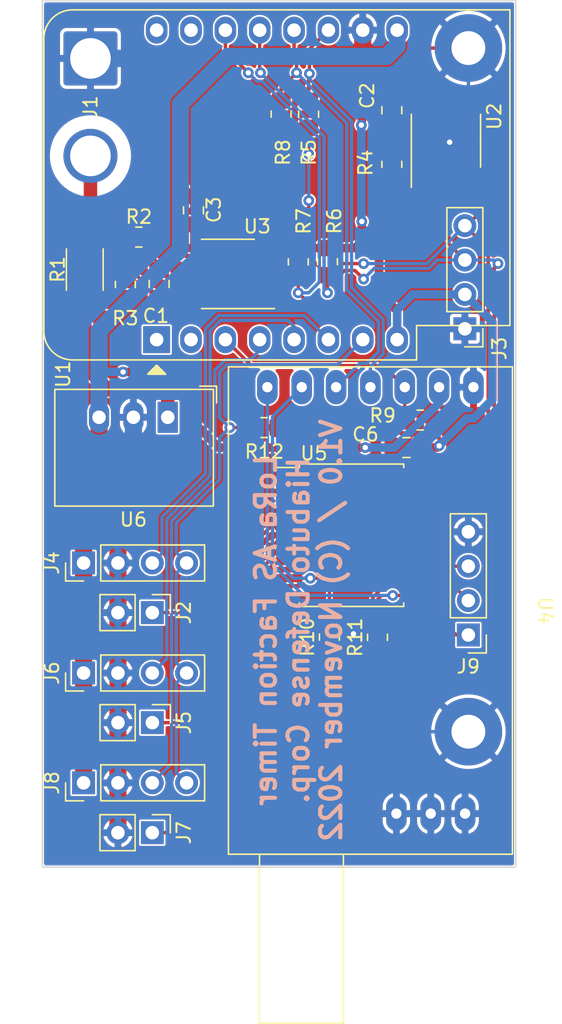
<source format=kicad_pcb>
(kicad_pcb (version 20211014) (generator pcbnew)

  (general
    (thickness 1.6)
  )

  (paper "A4")
  (layers
    (0 "F.Cu" signal)
    (31 "B.Cu" signal)
    (32 "B.Adhes" user "B.Adhesive")
    (33 "F.Adhes" user "F.Adhesive")
    (34 "B.Paste" user)
    (35 "F.Paste" user)
    (36 "B.SilkS" user "B.Silkscreen")
    (37 "F.SilkS" user "F.Silkscreen")
    (38 "B.Mask" user)
    (39 "F.Mask" user)
    (40 "Dwgs.User" user "User.Drawings")
    (41 "Cmts.User" user "User.Comments")
    (42 "Eco1.User" user "User.Eco1")
    (43 "Eco2.User" user "User.Eco2")
    (44 "Edge.Cuts" user)
    (45 "Margin" user)
    (46 "B.CrtYd" user "B.Courtyard")
    (47 "F.CrtYd" user "F.Courtyard")
    (48 "B.Fab" user)
    (49 "F.Fab" user)
  )

  (setup
    (stackup
      (layer "F.SilkS" (type "Top Silk Screen"))
      (layer "F.Paste" (type "Top Solder Paste"))
      (layer "F.Mask" (type "Top Solder Mask") (thickness 0.01))
      (layer "F.Cu" (type "copper") (thickness 0.035))
      (layer "dielectric 1" (type "core") (thickness 1.51) (material "FR4") (epsilon_r 4.5) (loss_tangent 0.02))
      (layer "B.Cu" (type "copper") (thickness 0.035))
      (layer "B.Mask" (type "Bottom Solder Mask") (thickness 0.01))
      (layer "B.Paste" (type "Bottom Solder Paste"))
      (layer "B.SilkS" (type "Bottom Silk Screen"))
      (copper_finish "None")
      (dielectric_constraints no)
    )
    (pad_to_mask_clearance 0)
    (pcbplotparams
      (layerselection 0x00010fc_ffffffff)
      (disableapertmacros false)
      (usegerberextensions true)
      (usegerberattributes false)
      (usegerberadvancedattributes false)
      (creategerberjobfile false)
      (svguseinch false)
      (svgprecision 6)
      (excludeedgelayer true)
      (plotframeref false)
      (viasonmask false)
      (mode 1)
      (useauxorigin false)
      (hpglpennumber 1)
      (hpglpenspeed 20)
      (hpglpendiameter 15.000000)
      (dxfpolygonmode true)
      (dxfimperialunits true)
      (dxfusepcbnewfont true)
      (psnegative false)
      (psa4output false)
      (plotreference true)
      (plotvalue false)
      (plotinvisibletext false)
      (sketchpadsonfab false)
      (subtractmaskfromsilk true)
      (outputformat 1)
      (mirror false)
      (drillshape 0)
      (scaleselection 1)
      (outputdirectory "gerber/")
    )
  )

  (net 0 "")
  (net 1 "Net-(C1-Pad1)")
  (net 2 "Net-(C1-Pad2)")
  (net 3 "GND")
  (net 4 "+3V3")
  (net 5 "+BATT")
  (net 6 "BTN_FAC_1")
  (net 7 "DIO_FAC_3")
  (net 8 "CLK_DISP")
  (net 9 "BTN_FAC_2")
  (net 10 "DIO_FAC_2")
  (net 11 "BTN_FAC_3")
  (net 12 "DIO_FAC_1")
  (net 13 "unconnected-(U1-Pad1)")
  (net 14 "SCL")
  (net 15 "SDA")
  (net 16 "unconnected-(U1-Pad2)")
  (net 17 "LoRa_AUX")
  (net 18 "LoRa_RX")
  (net 19 "LoRa_TX")
  (net 20 "unconnected-(U1-Pad15)")
  (net 21 "unconnected-(U1-Pad16)")
  (net 22 "LoRa_M1")
  (net 23 "LoRa_M0")
  (net 24 "+VDC")
  (net 25 "Net-(J9-Pad1)")
  (net 26 "Net-(J9-Pad2)")
  (net 27 "Net-(J9-Pad3)")
  (net 28 "unconnected-(U5-Pad13)")
  (net 29 "Net-(R4-Pad1)")
  (net 30 "+5V")

  (footprint "Capacitor_SMD:C_0805_2012Metric_Pad1.18x1.45mm_HandSolder" (layer "F.Cu") (at 146.924 99.012 180))

  (footprint "Connector_PinHeader_2.54mm:PinHeader_1x04_P2.54mm_Vertical" (layer "F.Cu") (at 151.242 90.239 180))

  (footprint "Resistor_SMD:R_0805_2012Metric_Pad1.20x1.40mm_HandSolder" (layer "F.Cu") (at 127.136 83.463 180))

  (footprint "Resistor_SMD:R_0805_2012Metric_Pad1.20x1.40mm_HandSolder" (layer "F.Cu") (at 126.136 86.963 -90))

  (footprint "Capacitor_SMD:C_0805_2012Metric_Pad1.18x1.45mm_HandSolder" (layer "F.Cu") (at 128.636 86.9255 -90))

  (footprint "Package_SO:SOIC-16W_7.5x10.3mm_P1.27mm" (layer "F.Cu") (at 142.86 105.489))

  (footprint "Capacitor_SMD:C_0805_2012Metric_Pad1.18x1.45mm_HandSolder" (layer "F.Cu") (at 131.176 81.486 90))

  (footprint "Connector_Wire:SolderWire-2.5sqmm_1x02_P7.2mm_D2.4mm_OD3.6mm" (layer "F.Cu") (at 123.556 70.266 -90))

  (footprint "Resistor_SMD:R_2010_5025Metric_Pad1.40x2.65mm_HandSolder" (layer "F.Cu") (at 123.136 85.863 -90))

  (footprint "Package_SO:SOIC-8_3.9x4.9mm_P1.27mm" (layer "F.Cu") (at 133.716 86.185 180))

  (footprint "Converter_DCDC:Converter_DCDC_RECOM_R-78E-0.5_THT" (layer "F.Cu") (at 129.271 96.774 180))

  (footprint "Resistor_SMD:R_0805_2012Metric_Pad1.20x1.40mm_HandSolder" (layer "F.Cu") (at 141.082 85.28 -90))

  (footprint "Resistor_SMD:R_0805_2012Metric_Pad1.20x1.40mm_HandSolder" (layer "F.Cu") (at 138.923 85.296 -90))

  (footprint "MountingHole:MountingHole_2.5mm_Pad" (layer "F.Cu") (at 151.5 120))

  (footprint "Resistor_SMD:R_0805_2012Metric_Pad1.20x1.40mm_HandSolder" (layer "F.Cu") (at 144.78 113.03 90))

  (footprint "Resistor_SMD:R_0805_2012Metric_Pad1.20x1.40mm_HandSolder" (layer "F.Cu") (at 136.398 97.536))

  (footprint "Connector_PinHeader_2.54mm:PinHeader_1x04_P2.54mm_Vertical" (layer "F.Cu") (at 123.048 107.5365 90))

  (footprint "Connector_PinHeader_2.54mm:PinHeader_1x02_P2.54mm_Vertical" (layer "F.Cu") (at 128.133 119.332 -90))

  (footprint "Connector_PinHeader_2.54mm:PinHeader_1x02_P2.54mm_Vertical" (layer "F.Cu") (at 128.128 111.204 -90))

  (footprint "MountingHole:MountingHole_2.5mm_Pad" (layer "F.Cu") (at 151.5 69.5))

  (footprint "Connector_PinHeader_2.54mm:PinHeader_1x04_P2.54mm_Vertical" (layer "F.Cu") (at 151.496 112.855 180))

  (footprint "Resistor_SMD:R_0805_2012Metric_Pad1.20x1.40mm_HandSolder" (layer "F.Cu") (at 145.841 78.093 -90))

  (footprint "Resistor_SMD:R_0805_2012Metric_Pad1.20x1.40mm_HandSolder" (layer "F.Cu") (at 139.685 74.39 90))

  (footprint "Connector_PinHeader_2.54mm:PinHeader_1x04_P2.54mm_Vertical" (layer "F.Cu") (at 123.048 123.777 90))

  (footprint "Connector_PinHeader_2.54mm:PinHeader_1x04_P2.54mm_Vertical" (layer "F.Cu") (at 123.048 115.6645 90))

  (footprint "Capacitor_SMD:C_0805_2012Metric_Pad1.18x1.45mm_HandSolder" (layer "F.Cu") (at 145.841 74.093 -90))

  (footprint "Connector_PinHeader_2.54mm:PinHeader_1x02_P2.54mm_Vertical" (layer "F.Cu") (at 128.128 127.46 -90))

  (footprint "Package_SO:SO-8_3.9x4.9mm_P1.27mm" (layer "F.Cu") (at 149.841 76.343 90))

  (footprint "Module:WEMOS_D1_mini_light" (layer "F.Cu") (at 128.451 91.038 90))

  (footprint "Ebyte_RF:E220-900T22D" (layer "F.Cu") (at 144.257 111.05 -90))

  (footprint "Resistor_SMD:R_0805_2012Metric_Pad1.20x1.40mm_HandSolder" (layer "F.Cu") (at 147.94 96.98 180))

  (footprint "Resistor_SMD:R_0805_2012Metric_Pad1.20x1.40mm_HandSolder" (layer "F.Cu") (at 137.653 74.374 90))

  (footprint "Resistor_SMD:R_0805_2012Metric_Pad1.20x1.40mm_HandSolder" (layer "F.Cu") (at 141.224 113.014 90))

  (gr_line (start 120 66) (end 120 130) (layer "Edge.Cuts") (width 0.1) (tstamp 1749244f-e6a0-4342-aaa5-3ce8b59ab7f7))
  (gr_line (start 120 130) (end 155 130) (layer "Edge.Cuts") (width 0.1) (tstamp 204c3f1d-615e-4e36-8b5a-fcd5d9000047))
  (gr_line (start 155 66) (end 120 66) (layer "Edge.Cuts") (width 0.1) (tstamp 4cea5dc3-34a8-46e4-9742-d5e64bfbaee7))
  (gr_line (start 155 130) (end 155 66) (layer "Edge.Cuts") (width 0.1) (tstamp d4aed32c-a16e-4a67-b5ea-e6b4e840222d))
  (gr_text "LoRa AS Faction Timer\nHiabuto Defense Corp.\nV1.0 / (C) November 2022" (at 138.938 112.522 90) (layer "B.SilkS") (tstamp 26ce4c3a-3cf4-45a5-b65b-00a227f60e59)
    (effects (font (size 1.5 1.5) (thickness 0.3)) (justify mirror))
  )

  (segment (start 129.779 87.031) (end 128.636 85.888) (width 0.25) (layer "F.Cu") (net 1) (tstamp 15ca2867-2123-44bb-b131-38cc30d5c8fc))
  (segment (start 130.033 88.09) (end 129.779 87.836) (width 0.25) (layer "F.Cu") (net 1) (tstamp 552922b6-4474-4748-a536-55909f445f73))
  (segment (start 128.636 85.888) (end 128.636 85.463) (width 0.25) (layer "F.Cu") (net 1) (tstamp 6a2bcc72-047b-4846-8583-1109e3552669))
  (segment (start 128.136 84.963) (end 128.136 83.463) (width 0.25) (layer "F.Cu") (net 1) (tstamp 775e8983-a723-43c5-bf00-61681f0840f3))
  (segment (start 131.241 88.09) (end 130.033 88.09) (width 0.25) (layer "F.Cu") (net 1) (tstamp 894a9030-8906-47b7-85b3-97c4dc994c1e))
  (segment (start 128.636 85.463) (end 128.136 84.963) (width 0.25) (layer "F.Cu") (net 1) (tstamp a0e7a81b-2259-4f8d-8368-ba75f2004714))
  (segment (start 129.779 87.836) (end 129.779 87.031) (width 0.25) (layer "F.Cu") (net 1) (tstamp f3cb63e2-5999-4360-a5b0-506b94346048))
  (segment (start 132.954 87.328) (end 132.446 86.82) (width 0.25) (layer "F.Cu") (net 2) (tstamp 3844fa94-0bd5-4041-8130-a3df06ceb8ff))
  (segment (start 126.136 85.963) (end 126.636 85.963) (width 0.25) (layer "F.Cu") (net 2) (tstamp 3efa2ece-8f3f-4a8c-96e9-6ab3ec6f1f70))
  (segment (start 126.636 85.963) (end 128.636 87.963) (width 0.25) (layer "F.Cu") (net 2) (tstamp 430d6d73-9de6-41ca-b788-178d709f4aae))
  (segment (start 132.446 86.82) (end 131.241 86.82) (width 0.25) (layer "F.Cu") (net 2) (tstamp 5a8bd779-67e7-4128-8870-9f94b84e535b))
  (segment (start 132.30852 88.71452) (end 132.954 88.06904) (width 0.25) (layer "F.Cu") (net 2) (tstamp aa0f0d28-173d-4ff7-8bea-281468b2ea13))
  (segment (start 129.38752 88.71452) (end 132.30852 88.71452) (width 0.25) (layer "F.Cu") (net 2) (tstamp bbde6441-468d-455a-b9b8-9e8fb17764e1))
  (segment (start 128.636 87.963) (end 129.38752 88.71452) (width 0.25) (layer "F.Cu") (net 2) (tstamp e6fa5ea2-2708-4fea-b090-e59065558b66))
  (segment (start 132.954 88.06904) (end 132.954 87.328) (width 0.25) (layer "F.Cu") (net 2) (tstamp f2106b91-aa10-4bd6-8a6a-e89dcefd64a2))
  (segment (start 150.495 78.899) (end 150.476 78.918) (width 0.25) (layer "F.Cu") (net 3) (tstamp 00efd808-ebaa-4f25-9257-0371adb426e0))
  (segment (start 144.257 77.231) (end 142.636 77.231) (width 0.25) (layer "F.Cu") (net 3) (tstamp 02a3137c-b1f1-452d-9adc-6c87be81a9aa))
  (segment (start 145.841 79.093) (end 144.658 79.093) (width 0.25) (layer "F.Cu") (net 3) (tstamp 02ab8e82-2d0c-4dba-b147-0ba61dcc9f0e))
  (segment (start 125.683489 128.634511) (end 125.588 128.539022) (width 0.25) (layer "F.Cu") (net 3) (tstamp 048f9493-abeb-44d5-8e07-c1a1d06d9a77))
  (segment (start 147.924 69.5) (end 151.5 69.5) (width 0.25) (layer "F.Cu") (net 3) (tstamp 0555104b-780e-4ebf-a66e-b525fa2e6f24))
  (segment (start 143.812 102.314) (end 145.8865 100.2395) (width 0.25) (layer "F.Cu") (net 3) (tstamp 0698aa85-a53c-4366-be01-d6c0dc2691d4))
  (segment (start 138.21 103.584) (end 136.002 103.584) (width 0.25) (layer "F.Cu") (net 3) (tstamp 06d12b55-0deb-4cd5-b61f-92d39be65add))
  (segment (start 151.242 90.239) (end 149.029 90.239) (width 0.25) (layer "F.Cu") (net 3) (tstamp 07985846-c645-416c-a132-3b64067adc30))
  (segment (start 145.542 97.536) (end 145.8865 97.8805) (width 0.25) (layer "F.Cu") (net 3) (tstamp 0a6dc0ac-6cdc-4471-8ba5-9156bf4d1b52))
  (segment (start 141.252 79.093) (end 142.212 79.093) (width 1.27) (layer "F.Cu") (net 3) (tstamp 0ade6874-9b5f-4958-953d-bd388d1d5d69))
  (segment (start 125.593 119.332) (end 125.593 115.6695) (width 1.27) (layer "F.Cu") (net 3) (tstamp 10864117-6b36-486c-9f98-4c445d9ff4e4))
  (segment (start 131.445 80.1795) (end 131.445 75.184) (width 0.25) (layer "F.Cu") (net 3) (tstamp 11e43be2-9e54-41ba-931e-b30f690e061d))
  (segment (start 136.256 101.044) (end 136.002 101.298) (width 0.25) (layer "F.Cu") (net 3) (tstamp 13d0af0d-8fe6-4b46-a661-86f287230e8a))
  (segment (start 145.8865 100.2395) (end 145.8865 99.012) (width 0.25) (layer "F.Cu") (net 3) (tstamp 186e5d8a-6772-4375-829b-19a2df6700c3))
  (segment (start 147.936 78.918) (end 147.079 78.918) (width 0.25) (layer "F.Cu") (net 3) (tstamp 1a2f43c6-e1cf-4150-a906-5c0c50cd7a11))
  (segment (start 138.21 102.314) (end 143.812 102.314) (width 0.25) (layer "F.Cu") (net 3) (tstamp 1b95fb15-2a1c-416c-b398-9eb7822da8ba))
  (segment (start 144.257 75.517) (end 144.6435 75.1305) (width 0.25) (layer "F.Cu") (net 3) (tstamp 2013a229-0b8c-4105-b740-ebff66e1ac4e))
  (segment (start 125.588 115.6645) (end 125.588 111.204) (width 1.27) (layer "F.Cu") (net 3) (tstamp 236ebb2e-08fd-42a3-998d-f3651a224d14))
  (segment (start 129.94148 85.38752) (end 130.10396 85.55) (width 0.25) (layer "F.Cu") (net 3) (tstamp 2a0a676e-2e60-41ef-8157-c73868f8c26c))
  (segment (start 149.206 80.537) (end 148.6535 81.0895) (width 0.25) (layer "F.Cu") (net 3) (tstamp 2b8f0eea-4e0b-422d-9505-78b65c347caf))
  (segment (start 125.588 109.426) (end 125.588 107.5365) (width 1.27) (layer "F.Cu") (net 3) (tstamp 2c7c0bf9-b88b-4a29-99f5-e105fe40bded))
  (segment (start 146.812 83.693) (end 146.812 87.249) (width 1.27) (layer "F.Cu") (net 3) (tstamp 2d233d57-736e-4e68-8e1d-101d5cda6c1c))
  (segment (start 133.906 103.584) (end 126.764 103.584) (width 0.25) (layer "F.Cu") (net 3) (tstamp 2d500d3f-13e5-4bd0-99c6-9636b93ac1c0))
  (segment (start 126.527 70.266) (end 131.445 75.184) (width 1.27) (layer "F.Cu") (net 3) (tstamp 2f32e74e-6d6d-450e-8f3d-b6fc4e70c684))
  (segment (start 136.002 103.584) (end 136.002 103.457) (width 0.25) (layer "F.Cu") (net 3) (tstamp 318deff9-de96-46fd-a4d1-7f7398f1421b))
  (segment (start 137.398 97.536) (end 145.542 97.536) (width 0.25) (layer "F.Cu") (net 3) (tstamp 3658bfa0-d122-4245-af58-a0504ab2811c))
  (segment (start 141.252 79.093) (end 142.24 78.105) (width 1.27) (layer "F.Cu") (net 3) (tstamp 37f5f4ac-be45-488c-a2e2-ce9453b7dc8a))
  (segment (start 132.033489 128.634511) (end 125.683489 128.634511) (width 0.25) (layer "F.Cu") (net 3) (tstamp 3c7f5046-d10b-4d23-aab6-4f126bf31037))
  (segment (start 138.148 126.05) (end 134.618 126.05) (width 0.25) (layer "F.Cu") (net 3) (tstamp 3e75e8db-7b92-4c17-a4b0-ddafce145c94))
  (segment (start 144.658 79.093) (end 144.257 78.692) (width 0.25) (layer "F.Cu") (net 3) (tstamp 41135709-b93a-4432-aae4-18c34ca1c671))
  (segment (start 149.206 78.918) (end 147.936 78.918) (width 0.25) (layer "F.Cu") (net 3) (tstamp 425e85ea-009d-440a-8635-c47a434879f6))
  (segment (start 142.24 76.835) (end 142.24 71.882) (width 1.27) (layer "F.Cu") (net 3) (tstamp 43898aec-101e-4980-8d82-d429a940755d))
  (segment (start 125.588 128.539022) (end 125.588 127.46) (width 0.25) (layer "F.Cu") (net 3) (tstamp 46910caa-9bf3-4d92-a8e7-5ef91733196b))
  (segment (start 132.954 85.55) (end 134.224 86.82) (width 0.25) (layer "F.Cu") (net 3) (tstamp 4b2e2f01-9edc-4dca-8d0b-13a1306a0b4b))
  (segment (start 142.24 71.882) (end 143.764 70.358) (width 1.27) (layer "F.Cu") (net 3) (tstamp 50fd0d9e-f456-471d-8144-f18ffd98e314))
  (segment (start 146.904 79.093) (end 145.841 79.093) (width 0.25) (layer "F.Cu") (net 3) (tstamp 523e0acc-da36-428b-9682-5bf2258a1e74))
  (segment (start 144.257 78.692) (end 144.257 77.231) (width 0.25) (layer "F.Cu") (net 3) (tstamp 5271f873-2fb7-4278-9720-80c1b44a3cfd))
  (segment (start 131.176 80.4485) (end 129.94148 81.68302) (width 0.25) (layer "F.Cu") (net 3) (tstamp 5533e9b3-2d6c-4b75-911e-51b2214e8c06))
  (segment (start 148.6535 81.0895) (end 144.2085 81.0895) (width 0.25) (layer "F.Cu") (net 3) (tstamp 557811b1-db36-47ec-8846-7090e7f324b8))
  (segment (start 142.636 77.231) (end 142.24 76.835) (width 0.25) (layer "F.Cu") (net 3) (tstamp 55f41b12-e993-400e-b5d0-cda0b9dc4c5f))
  (segment (start 125.593 115.6695) (end 125.588 115.6645) (width 1.27) (layer "F.Cu") (net 3) (tstamp 5778e10e-3347-4b63-bfde-51d8183229b0))
  (segment (start 126.764 103.584) (end 126.731 103.617) (width 0.25) (layer "F.Cu") (net 3) (tstamp 61f784f8-4260-4318-b71c-056f41635fa0))
  (segment (start 138.21 125.988) (end 138.148 126.05) (width 0.25) (layer "F.Cu") (net 3) (tstamp 683c5505-becc-45a5-88df-e0a72273db17))
  (segment (start 125.588 105.743) (end 126.731 104.6) (width 1.27) (layer "F.Cu") (net 3) (tstamp 6e739367-4d3f-484e-87ec-346cf8076b27))
  (segment (start 146.177 126.05) (end 138.148 126.05) (width 0.25) (layer "F.Cu") (net 3) (tstamp 6efb220a-f32f-4fba-87c6-646bef2bf0cd))
  (segment (start 150.114 77.089) (end 150.495 77.47) (width 0.25) (layer "F.Cu") (net 3) (tstamp 6f79164a-ca63-4219-8918-281bfcb8510a))
  (segment (start 149.029 90.239) (end 146.812 88.022) (width 0.25) (layer "F.Cu") (net 3) (tstamp 723772b4-a82e-46db-9d73-eb18a7c92e4f))
  (segment (start 143.691 70.285) (end 143.691 68.178) (width 1.27) (layer "F.Cu") (net 3) (tstamp 74f59410-d7c9-4f10-af8e-1d8a709f9180))
  (segment (start 151.877 92.916) (end 151.242 92.281) (width 0.25) (layer "F.Cu") (net 3) (tstamp 755ad1ca-183d-4a8e-ad50-e8785d116a27))
  (segment (start 148.717 126.05) (end 146.177 126.05) (width 0.25) (layer "F.Cu") (net 3) (tstamp 78728929-ff01-49ea-857f-52106a6d4135))
  (segment (start 144.6435 75.1305) (end 145.841 75.1305) (width 0.25) (layer "F.Cu") (net 3) (tstamp 82f38568-7fb1-425d-8f24-893803ad0b80))
  (segment (start 138.21 109.934) (end 138.21 125.988) (width 0.25) (layer "F.Cu") (net 3) (tstamp 874c0955-fee0-4f00-8350-8bbaa21b2b62))
  (segment (start 147.079 78.918) (end 146.904 79.093) (width 0.25) (layer "F.Cu") (net 3) (tstamp 8c7e68f0-f4ba-4cb7-81a9-4b3e2608b9ba))
  (segment (start 145.8865 97.8805) (end 145.8865 99.012) (width 0.25) (layer "F.Cu") (net 3) (tstamp 8fb5e374-d7a3-470d-8cec-f9682cdbaae9))
  (segment (start 125.588 119.337) (end 125.593 119.332) (width 1.27) (layer "F.Cu") (net 3) (tstamp 90c4c72f-583b-4f3f-9010-af0e05aa12cf))
  (segment (start 147.266 70.158) (end 147.924 69.5) (width 0.25) (layer "F.Cu") (net 3) (tstamp 941355d9-cc60-4d1c-bba6-4078a30529f4))
  (segment (start 125.588 127.46) (end 125.588 123.777) (width 1.27) (layer "F.Cu") (net 3) (tstamp 94979294-58f1-45cf-861c-a1d9abf6b6a1))
  (segment (start 142.212 79.093) (end 144.2085 81.0895) (width 1.27) (layer "F.Cu") (net 3) (tstamp 9728f2ac-d18e-4e64-80f0-36bf86aa0357))
  (segment (start 136.002 103.584) (end 133.906 103.584) (width 0.25) (layer "F.Cu") (net 3) (tstamp 9780d6ee-b4a2-44ea-907d-1bb30473759e))
  (segment (start 146.812 88.022) (end 146.812 87.249) (width 0.25) (layer "F.Cu") (net 3) (tstamp 983eed90-32b1-432e-a36f-f9ca56bf3fa5))
  (segment (start 138.21 101.044) (end 136.256 101.044) (width 0.25) (layer "F.Cu") (net 3) (tstamp 98417598-1ab4-4a61-b286-ed0798e8b269))
  (segment (start 125.588 107.5365) (end 125.588 105.743) (width 1.27) (layer "F.Cu") (net 3) (tstamp 9a22724d-c343-4a05-ba0a-0b9d4a310b4a))
  (segment (start 131.445 75.184) (end 135.354 79.093) (width 1.27) (layer "F.Cu") (net 3) (tstamp 9c3c3f87-71dd-459e-adc1-f9a46f7289f6))
  (segment (start 136.002 101.298) (end 136.002 102.314) (width 0.25) (layer "F.Cu") (net 3) (tstamp a2a410e7-ae0f-43e9-a08c-af89f7de2c77))
  (segment (start 123.556 70.266) (end 126.527 70.266) (width 1.27) (layer "F.Cu") (net 3) (tstamp a6893bd5-f260-4563-9033-51242ba5bd1b))
  (segment (start 131.241 85.55) (end 132.954 85.55) (width 0.25) (layer "F.Cu") (net 3) (tstamp aebe3d77-2740-4176-b7b3-16f89d45ba22))
  (segment (start 136.002 102.314) (end 138.21 102.314) (width 0.25) (layer "F.Cu") (net 3) (tstamp bdf122af-dbaf-4f67-abd2-118c9bd04dd3))
  (segment (start 143.691 68.178) (end 143.691 70.158) (width 0.25) (layer "F.Cu") (net 3) (tstamp c13dd0e5-49ec-4f39-8c5b-f64c54d45afa))
  (segment (start 125.588 123.777) (end 125.588 119.337) (width 1.27) (layer "F.Cu") (net 3) (tstamp c22b862f-8533-422e-a2e5-588b3d5a7475))
  (segment (start 134.224 86.82) (end 136.191 86.82) (width 0.25) (layer "F.Cu") (net 3) (tstamp c4043e6a-0020-47a2-9211-c104af00bff3))
  (segment (start 125.588 111.204) (end 125.588 109.426) (width 1.27) (layer "F.Cu") (net 3) (tstamp c43dcb5f-cc72-43fb-8053-6b521bc1b8ee))
  (segment (start 126.731 104.6) (end 126.731 103.617) (width 1.27) (layer "F.Cu") (net 3) (tstamp cc64892a-d5a9-44c1-89f4-09cf9f503021))
  (segment (start 150.114 76.454) (end 150.114 77.089) (width 0.25) (layer "F.Cu") (net 3) (tstamp cccdd42d-5b5e-4b2a-98fd-ac3fa5a22c14))
  (segment (start 151.746 78.918) (end 150.476 78.918) (width 0.25) (layer "F.Cu") (net 3) (tstamp cd158472-09e9-4d28-b5c9-17f0928cbaaa))
  (segment (start 150.495 77.47) (end 150.495 78.899) (width 0.25) (layer "F.Cu") (net 3) (tstamp cd904fde-884f-489c-bafe-13dcf58ca270))
  (segment (start 143.691 70.158) (end 147.266 70.158) (width 0.25) (layer "F.Cu") (net 3) (tstamp d0139650-17d9-4c98-a5c3-f6a1511f85f6))
  (segment (start 129.94148 81.68302) (end 129.94148 85.38752) (width 0.25) (layer "F.Cu") (net 3) (tstamp d396caf5-01cc-4a06-9ddc-e6a0fc3d554e))
  (segment (start 149.206 78.918) (end 149.206 80.537) (width 0.25) (layer "F.Cu") (net 3) (tstamp d98a7323-aa7c-4405-9d4a-281fb6a15d87))
  (segment (start 135.354 79.093) (end 141.252 79.093) (width 1.27) (layer "F.Cu") (net 3) (tstamp d9969fbf-35d2-4e51-8af9-4be7ea6a102a))
  (segment (start 144.257 77.231) (end 144.257 75.517) (width 0.25) (layer "F.Cu") (net 3) (tstamp da1c16cc-1801-43db-8f21-2fdcbd2ffae7))
  (segment (start 136.002 103.457) (end 136.002 102.314) (width 0.25) (layer "F.Cu") (net 3) (tstamp da6e969a-a7a5-4e44-82d9-53a2ce63fa18))
  (segment (start 136.191 88.09) (end 136.191 86.82) (width 0.25) (layer "F.Cu") (net 3) (tstamp e5497ff5-dd81-4501-b59e-6f0bc9362090))
  (segment (start 151.242 92.281) (end 151.242 90.239) (width 0.25) (layer "F.Cu") (net 3) (tstamp e5c4563f-a400-4007-8c74-6b8dc25b545e))
  (segment (start 134.618 126.05) (end 132.033489 128.634511) (width 0.25) (layer "F.Cu") (net 3) (tstamp e6fe756d-fab0-4dc6-836f-fd03e1074a05))
  (segment (start 151.877 94.55) (end 151.877 92.916) (width 0.25) (layer "F.Cu") (net 3) (tstamp e75059b0-e839-4461-b716-10520d0fc841))
  (segment (start 151.257 126.05) (end 148.717 126.05) (width 0.25) (layer "F.Cu") (net 3) (tstamp eca26540-b5eb-4d97-a381-8d8d9abb3016))
  (segment (start 133.858 103.632) (end 133.906 103.584) (width 0.25) (layer "F.Cu") (net 3) (tstamp ee44316b-709e-4216-8ce9-f851f8b5a8a8))
  (segment (start 126.731 103.617) (end 126.731 96.774) (width 1.27) (layer "F.Cu") (net 3) (tstamp f074aba2-d7ac-413c-b6e2-7c23a04133a5))
  (segment (start 142.24 78.105) (end 142.24 76.835) (width 1.27) (layer "F.Cu") (net 3) (tstamp f08b7a13-6602-4e2b-af41-f25ffa9d0be4))
  (segment (start 150.476 78.918) (end 149.206 78.918) (width 0.25) (layer "F.Cu") (net 3) (tstamp f1b99660-8f8f-4ba4-a615-91cb0be8ce35))
  (segment (start 143.764 70.358) (end 143.691 70.285) (width 1.27) (layer "F.Cu") (net 3) (tstamp f4b5a2c3-da51-4603-b28c-bc7691f10604))
  (segment (start 144.2085 81.0895) (end 146.812 83.693) (width 1.27) (layer "F.Cu") (net 3) (tstamp f56d4063-919e-4dd1-8a0f-c6ba496d48eb))
  (segment (start 131.176 80.4485) (end 131.445 80.1795) (width 0.25) (layer "F.Cu") (net 3) (tstamp f957c373-b32a-4d48-95b6-ee2f94d3bb4b))
  (segment (start 130.10396 85.55) (end 131.241 85.55) (width 0.25) (layer "F.Cu") (net 3) (tstamp fc40ec36-6572-47e1-a742-56fb82a080b6))
  (via (at 150.114 76.454) (size 0.8) (drill 0.4) (layers "F.Cu" "B.Cu") (net 3) (tstamp 6865f33e-5f44-4bb4-8876-a58f89f83813))
  (via (at 143.002 112.776) (size 0.8) (drill 0.4) (layers "F.Cu" "B.Cu") (free) (net 3) (tstamp ef3abe03-d68b-4855-bc8f-417487ded968))
  (segment (start 121.92 96.266) (end 121.92 98.298) (width 1.27) (layer "B.Cu") (net 3) (tstamp 0e677c85-3782-4cac-898b-a79bb3ec6e2d))
  (segment (start 127.762 82.296) (end 121.92 88.138) (width 1.27) (layer "B.Cu") (net 3) (tstamp 1d72346c-b99b-4c6d-9e88-bc877176be56))
  (segment (start 121.92 98.298) (end 123.19 99.568) (width 1.27) (layer "B.Cu") (net 3) (tstamp 29ca7108-6229-439c-8900-722479d4cda9))
  (segment (start 147.813 120) (end 147.701 119.888) (width 0.25) (layer "B.Cu") (net 3) (tstamp 3357e725-2deb-4c75-a8e8-8c0798d431e9))
  (segment (start 151.5 120) (end 147.813 120) (width 0.25) (layer "B.Cu") (net 3) (tstamp 349394df-5689-4e1a-b568-733f08665466))
  (segment (start 151.5 69.5) (end 151.5 75.068) (width 0.25) (layer "B.Cu") (net 3) (tstamp 3ff4471a-d9da-4126-af01-ea9a764303aa))
  (segment (start 147.701 117.602) (end 148.717 116.586) (width 0.25) (layer "B.Cu") (net 3) (tstamp 41fc99c9-3766-40d6-baf6-cbc4588ee446))
  (segment (start 126.731 98.821) (end 126.731 96.774) (width 1.27) (layer "B.Cu") (net 3) (tstamp 45ec0838-9c37-45fa-9494-db87e2cb6cf3))
  (segment (start 127.762 70.358) (end 127.762 82.296) (width 1.27) (layer "B.Cu") (net 3) (tstamp 4b385c34-80da-484e-b30b-74c5b4ebd92a))
  (segment (start 123.556 70.266) (end 127.67 70.266) (width 1.27) (layer "B.Cu") (net 3) (tstamp 62c266e4-40be-4495-91b3-0b83206b5fce))
  (segment (start 147.701 119.888) (end 147.701 117.602) (width 0.25) (layer "B.Cu") (net 3) (tstamp 6cca216b-5077-4954-a965-59a1c31a9198))
  (segment (start 148.717 105.855) (end 148.717 116.586) (width 0.25) (layer "B.Cu") (net 3) (tstamp 7f09b3fd-7df4-4683-a64f-5111958c805e))
  (segment (start 121.92 88.138) (end 121.92 96.266) (width 1.27) (layer "B.Cu") (net 3) (tstamp 7fd0d7da-14ee-41c6-be3b-1e2feb31d084))
  (segment (start 147.701 121.412) (end 147.701 119.888) (width 0.25) (layer "B.Cu") (net 3) (tstamp 840a1e2e-f397-48a7-b699-4032dcccb787))
  (segment (start 151.496 105.235) (end 149.337 105.235) (width 0.25) (layer "B.Cu") (net 3) (tstamp 8e0347f5-cd80-4453-a15f-d650bd3cc941))
  (segment (start 125.984 99.568) (end 126.731 98.821) (width 1.27) (layer "B.Cu") (net 3) (tstamp 93e67e65-f4b3-425f-80b2-bf2d393b29cb))
  (segment (start 127.67 70.266) (end 127.762 70.358) (width 1.27) (layer "B.Cu") (net 3) (tstamp 9e6e72f5-4609-47ce-9895-9214a41282f5))
  (segment (start 149.337 105.235) (end 148.717 105.855) (width 0.25) (layer "B.Cu") (net 3) (tstamp a4fe8ebc-3e09-49f3-a6c7-2674382320e6))
  (segment (start 148.717 122.428) (end 148.717 126.05) (width 0.25) (layer "B.Cu") (net 3) (tstamp c6b77e9c-655e-40fe-9e1d-73816dca1e1d))
  (segment (start 148.717 122.428) (end 147.701 121.412) (width 0.25) (layer "B.Cu") (net 3) (tstamp c9f048d5-2459-4bb3-8dac-8cbf140134de))
  (segment (start 151.5 75.068) (end 150.114 76.454) (width 0.25) (layer "B.Cu") (net 3) (tstamp ce9aa4c0-4504-4a0d-8ccf-449927b83544))
  (segment (start 123.19 99.568) (end 125.984 99.568) (width 1.27) (layer "B.Cu") (net 3) (tstamp f0416734-1b43-4706-b615-06b9baa0c961))
  (segment (start 139.7 81.26) (end 138.4365 82.5235) (width 0.25) (layer "F.Cu") (net 4) (tstamp 0072ba71-a7b0-4ea9-a9eb-7ed9defd9bb1))
  (segment (start 143.748 111.49) (end 144.43048 110.80752) (width 0.25) (layer "F.Cu") (net 4) (tstamp 044bf444-a919-4240-b3d8-60dbc8397783))
  (segment (start 145.796 108.725704) (end 145.796 101.346) (width 0.25) (layer "F.Cu") (net 4) (tstamp 04fe47ae-4766-471c-8e3b-94a64bc81510))
  (segment (start 145.841 73.0555) (end 144.3055 73.0555) (width 0.635) (layer "F.Cu") (net 4) (tstamp 0901c858-d0e3-4ff7-8169-26c87977182d))
  (segment (start 144.430481 110.091223) (end 145.796 108.725704) (width 0.25) (layer "F.Cu") (net 4) (tstamp 0fead57a-f4d3-44fc-aed7-060b2ca11ad0))
  (segment (start 148.94 96.98) (end 148.94 97.853) (width 0.25) (layer "F.Cu") (net 4) (tstamp 11f35150-c68f-45c9-b0e7-a3077c9cda33))
  (segment (start 131.176 82.5235) (end 138.4365 82.5235) (width 0.635) (layer "F.Cu") (net 4) (tstamp 14bda08b-d391-490f-9a11-8e3c9868bcb9))
  (segment (start 146.098 101.044) (end 147.51 101.044) (width 0.25) (layer "F.Cu") (net 4) (tstamp 20928040-c104-4a50-b9ab-aa11780830e3))
  (segment (start 146.231 88.91) (end 146.231 91.038) (width 0.635) (layer "F.Cu") (net 4) (tstamp 286eade6-816f-4fc1-85e0-f795aa40b88d))
  (segment (start 146.6215 73.0555) (end 147.334 73.768) (width 0.635) (layer "F.Cu") (net 4) (tstamp 2e83d9d1-8812-4ce3-a8f2-0855482883e2))
  (segment (start 143.748 111.49) (end 143.748 112.998) (width 0.25) (layer "F.Cu") (net 4) (tstamp 33b36032-e02f-4d24-af7a-28d439ec649d))
  (segment (start 139.685 77.328) (end 139.7 77.343) (width 0.25) (layer "F.Cu") (net 4) (tstamp 39383f40-80c3-422f-a3e5-c1a7d6da66ec))
  (segment (start 131.241 84.28) (end 131.241 82.5885) (width 0.635) (layer "F.Cu") (net 4) (tstamp 39fecdd6-9db0-47f7-9478-7d5bd31e17f4))
  (segment (start 144.892 87.571) (end 146.231 88.91) (width 0.635) (layer "F.Cu") (net 4) (tstamp 41a8491b-c98f-420f-9fb6-b4c26a1bfcdc))
  (segment (start 143.622 73.739) (end 143.622 75.151947) (width 0.635) (layer "F.Cu") (net 4) (tstamp 4b7adb1e-dc7c-4de0-9fa5-294f7d2bec32))
  (segment (start 137.653 75.374) (end 139.669 75.374) (width 0.25) (layer "F.Cu") (net 4) (tstamp 5646ee62-f453-4dfe-91a8-50a0a1fc8c60))
  (segment (start 145.841 73.0555) (end 146.6215 73.0555) (width 0.635) (layer "F.Cu") (net 4) (tstamp 59d611e3-f9b7-4e4a-a552-b3bedcb9c476))
  (segment (start 144.3055 73.0555) (end 143.622 73.739) (width 0.635) (layer "F.Cu") (net 4) (tstamp 5af73b59-bc28-455c-95ef-f10621de2e96))
  (segment (start 143.748 112.998) (end 144.78 114.03) (width 0.25) (layer "F.Cu") (net 4) (tstamp 5e31709b-d665-4a24-a225-39992fe80a1f))
  (segment (start 138.4365 82.5235) (end 138.923 83.01) (width 0.635) (layer "F.Cu") (net 4) (tstamp 5f1f2f80-459b-49f7-9027-b36e85f5480f))
  (segment (start 144.892 85.804) (end 144.892 87.571) (width 0.635) (layer "F.Cu") (net 4) (tstamp 622655f1-077d-4fcf-acc2-a4976cb4f9ba))
  (segment (start 138.923 83.01) (end 138.923 84.296) (width 0.635) (layer "F.Cu") (net 4) (tstamp 74430bc2-ca58-4865-878b-e90e2218051e))
  (segment (start 148.94 97.853) (end 149.337 98.25) (width 0.25) (layer "F.Cu") (net 4) (tstamp 762f9b21-a8ee-4a88-9317-9e82c064d0ae))
  (segment (start 141.844 84.28) (end 143.114 84.28) (width 0.635) (layer "F.Cu") (net 4) (tstamp 77c2c273-c7c0-411b-96eb-993f9edc89c1))
  (segment (start 147.9615 99.012) (end 147.9615 100.5925) (width 0.635) (layer "F.Cu") (net 4) (tstamp 7e97b0c7-7a87-4fb6-a93c-a6e251940509))
  (segment (start 139.669 75.374) (end 139.685 75.39) (width 0.25) (layer "F.Cu") (net 4) (tstamp 837d2f07-e517-4ff0-8274-8379c0e4c848))
  (segment (start 143.622 83.772) (end 143.622 82.311) (width 0.635) (layer "F.Cu") (net 4) (tstamp 8d122ec8-2ac7-43b0-a391-461b51ecef74))
  (segment (start 147.9615 100.5925) (end 147.51 101.044) (width 0.635) (layer "F.Cu") (net 4) (tstamp 8ef1608d-e583-4202-a7a7-7a482183b85f))
  (segment (start 145.796 101.346) (end 146.098 101.044) (width 0.25) (layer "F.Cu") (net 4) (tstamp 96db1bdd-278a-48de-b9a8-03ead8e8cf39))
  (segment (start 143.622 83.772) (end 144.892 85.042) (width 0.635) (layer "F.Cu") (net 4) (tstamp 988e541a-d6d0-4cc6-8092-f62148e4e085))
  (segment (start 141.844 84.28) (end 138.939 84.28) (width 0.635) (layer "F.Cu") (net 4) (tstamp 9f2fe40f-9db7-461a-b625-26f54ae30800))
  (segment (start 143.622 75.151947) (end 143.5845 75.189447) (width 0.635) (layer "F.Cu") (net 4) (tstamp a2433777-11f2-4eb1-89e1-3c7d084b487b))
  (segment (start 149.337 98.25) (end 149.337 98.885) (width 0.25) (layer "F.Cu") (net 4) (tstamp a94073c6-de06-4dc7-8d6f-334d9d843833))
  (segment (start 144.892 85.042) (end 144.892 85.804) (width 0.635) (layer "F.Cu") (net 4) (tstamp b783de20-4012-40c8-8099-f3d1f5154f2b))
  (segment (start 149.21 99.012) (end 149.337 98.885) (width 0.635) (layer "F.Cu") (net 4) (tstamp be0309c8-1adc-469d-8aaa-ae231359d590))
  (segment (start 144.43048 110.80752) (end 144.430481 110.091223) (width 0.25) (layer "F.Cu") (net 4) (tstamp c898ef51-877c-456d-bbc5-035944a90b5f))
  (segment (start 142.663193 114.03) (end 144.78 114.03) (width 0.25) (layer "F.Cu") (net 4) (tstamp d0489a15-0f0b-4761-8c83-5cff30a7ddac))
  (segment (start 139.7 80.772) (end 139.7 81.26) (width 0.25) (layer "F.Cu") (net 4) (tstamp d1704fba-d1ab-4400-867e-0927d0ff6591))
  (segment (start 147.334 73.768) (end 147.936 73.768) (width 0.635) (layer "F.Cu") (net 4) (tstamp d4145336-d508-43c5-8884-86d9450060e9))
  (segment (start 139.685 75.39) (end 139.685 77.328) (width 0.25) (layer "F.Cu") (net 4) (tstamp d5ba225e-3b99-4a05-92ff-d20366c7b769))
  (segment (start 138.923 84.296) (end 138.9445 84.2745) (width 0.25) (layer "F.Cu") (net 4) (tstamp d732d84e-c0b4-4920-afbb-63959eddf2b4))
  (segment (start 143.114 84.28) (end 143.622 83.772) (width 0.635) (layer "F.Cu") (net 4) (tstamp e886dc79-5c35-4f7b-9e0d-e7309999baa8))
  (segment (start 138.939 84.28) (end 138.923 84.296) (width 0.635) (layer "F.Cu") (net 4) (tstamp e966d5b6-fd1a-4f03-9ff2-6bde4380d4a3))
  (segment (start 131.241 82.5885) (end 131.176 82.5235) (width 0.635) (layer "F.Cu") (net 4) (tstamp ec6cd8b3-495c-4bfa-bd0a-007e1192d9e9))
  (segment (start 147.9615 99.012) (end 149.21 99.012) (width 0.635) (layer "F.Cu") (net 4) (tstamp f5be3687-efd2-4f50-ae18-0b46cb30af5b))
  (segment (start 141.224 114.014) (end 142.647193 114.014) (width 0.25) (layer "F.Cu") (net 4) (tstamp fac37885-c4d1-42c6-b83d-d899372a84e9))
  (segment (start 142.647193 114.014) (end 142.663193 114.03) (width 0.25) (layer "F.Cu") (net 4) (tstamp fd31fe86-2a84-4178-af1a-8d29ee4f47f7))
  (via (at 149.337 98.885) (size 0.8) (drill 0.4) (layers "F.Cu" "B.Cu") (net 4) (tstamp 032ecfb8-2e0d-45f8-a219-c89b55c9591b))
  (via (at 143.5845 75.189447) (size 0.8) (drill 0.4) (layers "F.Cu" "B.Cu") (net 4) (tstamp 422f3d24-3c09-4527-b738-88efb5131847))
  (via (at 143.622 82.311) (size 0.8) (drill 0.4) (layers "F.Cu" "B.Cu") (net 4) (tstamp 5c1fa9d0-3740-499c-abaa-b2e53e11dd5f))
  (via (at 139.7 77.343) (size 0.8) (drill 0.4) (layers "F.Cu" "B.Cu") (net 4) (tstamp 6e4cc567-d5ce-4e86-b7ac-aa9aaa1840a2))
  (via (at 139.7 80.772) (size 0.8) (drill 0.4) (layers "F.Cu" "B.Cu") (net 4) (tstamp aa360e65-8913-4592-be10-a248c27d89d2))
  (segment (start 143.5845 75.189447) (end 143.5845 82.2735) (width 0.635) (layer "B.Cu") (net 4) (tstamp 519046f2-3eea-4b9a-9ae3-df665b132aeb))
  (segment (start 153.274 89.731) (end 151.242 87.699) (width 0.635) (layer "B.Cu") (net 4) (tstamp 59956d61-25eb-4ecd-97d1-a90c6d2ad46e))
  (segment (start 151.890807 96.853) (end 153.274 95.469807) (width 0.635) (layer "B.Cu") (net 4) (tstamp 605a7afd-1acb-4850-97e3-50e6e75bd255))
  (segment (start 151.242 87.699) (end 147.378 87.699) (width 0.635) (layer "B.Cu") (net 4) (tstamp 86b4919c-a6e4-4a4d-a1ed-28beea243009))
  (segment (start 139.7 77.343) (end 139.7 80.772) (width 0.25) (layer "B.Cu") (net 4) (tstamp 911197ae-ac58-4615-8a1a-ac4466dcf8de))
  (segment (start 153.274 95.469807) (end 153.274 89.731) (width 0.635) (layer "B.Cu") (net 4) (tstamp a1e179b1-031c-4153-b678-b0be8e988722))
  (segment (start 147.378 87.699) (end 146.231 88.846) (width 0.635) (layer "B.Cu") (net 4) (tstamp abfe1d0e-5083-4457-afc8-b47cda47006c))
  (segment (start 146.231 88.846) (end 146.231 91.038) (width 0.635) (layer "B.Cu") (net 4) (tstamp c8b377ff-8afe-4cd7-a77a-89f6e0cc4472))
  (segment (start 151.369 96.853) (end 151.890807 96.853) (width 0.635) (layer "B.Cu") (net 4) (tstamp cb2cf0f7-f737-4c16-8b92-f4df637c471a))
  (segment (start 149.337 98.885) (end 151.369 96.853) (width 0.635) (layer "B.Cu") (net 4) (tstamp e0292f23-7dec-47cf-aba1-04fd13721e51))
  (segment (start 143.5845 82.2735) (end 143.622 82.311) (width 0.635) (layer "B.Cu") (net 4) (tstamp f122fb4b-2897-4b49-ad20-d2111f9259f2))
  (segment (start 123.136 83.463) (end 123.136 81.037) (width 1) (layer "F.Cu") (net 5) (tstamp 10935d27-11b4-4fa6-8e6d-0402328504f2))
  (segment (start 123.136 81.037) (end 123.556 80.617) (width 1) (layer "F.Cu") (net 5) (tstamp 645c0f86-a756-4cdb-ab0c-91aee75a36f7))
  (segment (start 123.136 83.463) (end 126.136 83.463) (width 1) (layer "F.Cu") (net 5) (tstamp eb391a95-1c1d-4613-b508-c76b8bc13a73))
  (segment (start 123.556 80.617) (end 123.556 77.466) (width 1) (layer "F.Cu") (net 5) (tstamp fbe93fd9-25ec-413a-b669-841b89d45392))
  (segment (start 135.35696 110.19804) (end 135.35696 106.38804) (width 0.25) (layer "F.Cu") (net 6) (tstamp 51b62aec-9551-4b57-b426-97ed1f185d9d))
  (segment (start 134.351 111.204) (end 135.35696 110.19804) (width 0.25) (layer "F.Cu") (net 6) (tstamp 6ace5597-a8d7-4eb4-be62-a8b643dedb6d))
  (segment (start 135.35696 106.38804) (end 136.891 104.854) (width 0.25) (layer "F.Cu") (net 6) (tstamp 97e9100c-0502-419a-8d10-3263d09fc477))
  (segment (start 136.891 104.854) (end 138.21 104.854) (width 0.25) (layer "F.Cu") (net 6) (tstamp c013f98b-0ce2-41e6-a548-47670f0b49cf))
  (segment (start 128.128 111.204) (end 134.351 111.204) (width 0.25) (layer "F.Cu") (net 6) (tstamp cd2606c1-5498-42f5-a0f0-6f8a30e2b186))
  (segment (start 129.023852 103.971852) (end 132.05696 100.938744) (width 0.25) (layer "B.Cu") (net 7) (tstamp 15a980bf-7ea7-4a04-b208-1437427037b6))
  (segment (start 132.05696 100.938744) (end 132.056961 90.227432) (width 0.25) (layer "B.Cu") (net 7) (tstamp 3b35f29d-3070-43ef-8df3-07b5ec812566))
  (segment (start 128.852991 104.142714) (end 129.023852 103.971852) (width 0.25) (layer "B.Cu") (net 7) (tstamp 4ee185e9-2f00-49a7-a485-d08af5e5e76e))
  (segment (start 133.019914 89.26448) (end 139.37748 89.26448) (width 0.25) (layer "B.Cu") (net 7) (tstamp 531f6d96-9be4-4410-bb89-c4f16660e7b5))
  (segment (start 128.852991 106.811509) (end 128.852991 104.142714) (width 0.25) (layer "B.Cu") (net 7) (tstamp 5a215dd2-0098-4751-9db3-5f5820895458))
  (segment (start 132.056961 90.227432) (end 133.019914 89.26448) (width 0.25) (layer "B.Cu") (net 7) (tstamp 7c90e04e-e244-40ae-a026-fe39dba8f6a0))
  (segment (start 139.37748 89.26448) (end 141.151 91.038) (width 0.25) (layer "B.Cu") (net 7) (tstamp cb8ab192-b535-4155-9362-d611da882d48))
  (segment (start 128.128 107.5365) (end 128.852991 106.811509) (width 0.25) (layer "B.Cu") (net 7) (tstamp d7a19547-c6a0-4914-85ae-e580f1795a0d))
  (segment (start 133.6985 107.5365) (end 133.858 107.696) (width 0.25) (layer "F.Cu") (net 8) (tstamp 6d869c35-f48b-45fb-9e33-550c174c3c2f))
  (segment (start 135.398 97.536) (end 133.858 97.536) (width 0.25) (layer "F.Cu") (net 8) (tstamp d654a0dd-a4e8-435e-a3dc-34750807e3bc))
  (via (at 133.858 97.536) (size 0.8) (drill 0.4) (layers "F.Cu" "B.Cu") (net 8) (tstamp 55979b86-acbc-4334-b6e2-ded57f9cb864))
  (segment (start 130.668 115.6645) (end 130.6525 115.6645) (width 0.25) (layer "B.Cu") (net 8) (tstamp 0da6e249-2305-4518-bf93-cc9ccae612e5))
  (segment (start 133.662776 92.88452) (end 141.84448 92.88452) (width 0.25) (layer "B.Cu") (net 8) (tstamp 2ab4147c-5e37-45aa-b469-1ae5cc32940e))
  (segment (start 130.6525 115.6645) (end 129.901551 116.415449) (width 0.25) (layer "B.Cu") (net 8) (tstamp 43939e2e-66ff-4164-be70-e001193f7dd1))
  (segment (start 129.901551 108.302949) (end 129.901551 114.898051) (width 0.25) (layer "B.Cu") (net 8) (tstamp 47312587-0635-42aa-b616-4884c25f5d71))
  (segment (start 130.668 107.521) (end 129.901551 106.754551) (width 0.25) (layer "B.Cu") (net 8) (tstamp 5ab0f846-44d7-4a8f-b8bd-fc0ff41065a2))
  (segment (start 129.901551 104.577041) (end 133.105519 101.373073) (width 0.25) (layer "B.Cu") (net 8) (tstamp 6799179c-83f3-417e-9b57-5189f7ad96cb))
  (segment (start 129.901551 116.415449) (end 129.901551 123.010551) (width 0.25) (layer "B.Cu") (net 8) (tstamp 746ccff9-05ff-4207-9a90-c9a36a5eb68b))
  (segment (start 130.668 107.5365) (end 130.668 107.521) (width 0.25) (layer "B.Cu") (net 8) (tstamp 90e90294-66c8-4609-bfb0-8ff86480f89d))
  (segment (start 129.901551 123.010551) (end 130.668 123.777) (width 0.25) (layer "B.Cu") (net 8) (tstamp a0763d0e-179e-4e33-96a6-a7c1fed1e92b))
  (segment (start 133.105519 93.441777) (end 133.662776 92.88452) (width 0.25) (layer "B.Cu") (net 8) (tstamp a2f553d7-6fab-4e5f-9980-3d30da6e00f2))
  (segment (start 133.858 97.536) (end 133.105519 96.783519) (width 0.25) (layer "B.Cu") (net 8) (tstamp ab237cac-d232-4700-9f12-db45cc70040c))
  (segment (start 129.901551 106.754551) (end 129.901551 104.577041) (width 0.25) (layer "B.Cu") (net 8) (tstamp aeb9fb16-f6db-4390-9129-2378f922d8fe))
  (segment (start 133.105519 101.373073) (end 133.105519 98.288481) (width 0.25) (layer "B.Cu") (net 8) (tstamp bb34cb8b-8eb4-468f-8bfa-2fbe3446fa35))
  (segment (start 133.105519 96.783519) (end 133.105519 93.441777) (width 0.25) (layer "B.Cu") (net 8) (tstamp c262f517-002c-4048-9f64-bf4db62625b4))
  (segment (start 141.84448 92.88452) (end 143.691 91.038) (width 0.25) (layer "B.Cu") (net 8) (tstamp c2f62722-6a25-4e24-a3b6-49be9d7b375c))
  (segment (start 129.901551 114.898051) (end 130.668 115.6645) (width 0.25) (layer "B.Cu") (net 8) (tstamp dafc59ad-0d94-420c-a77b-677eb6ae09a2))
  (segment (start 133.105519 98.288481) (end 133.858 97.536) (width 0.25) (layer "B.Cu") (net 8) (tstamp df457be3-eca7-4c79-820a-3339d1aff598))
  (segment (start 130.668 107.5365) (end 129.901551 108.302949) (width 0.25) (layer "B.Cu") (net 8) (tstamp e94b33c6-1f1d-459f-a491-0549f0fc9dbf))
  (segment (start 135.80648 107.20852) (end 136.891 106.124) (width 0.25) (layer "F.Cu") (net 9) (tstamp 0fb2e527-801c-47a0-9913-476dad035ce9))
  (segment (start 136.891 106.124) (end 138.21 106.124) (width 0.25) (layer "F.Cu") (net 9) (tstamp 460d5c5f-4c06-4b71-9ead-e35af3565ac8))
  (segment (start 134.478 119.332) (end 135.80648 118.00352) (width 0.25) (layer "F.Cu") (net 9) (tstamp 559779a4-daca-42ab-91c0-043d0f457408))
  (segment (start 128.133 119.332) (end 134.478 119.332) (width 0.25) (layer "F.Cu") (net 9) (tstamp 84ec9632-073d-4e89-8288-781190533ef2))
  (segment (start 135.80648 118.00352) (end 135.80648 107.20852) (width 0.25) (layer "F.Cu") (net 9) (tstamp b5da3c63-e7d2-4d8f-aa88-9e35047ee5f4))
  (segment (start 132.40648 90.372209) (end 132.40648 101.08352) (width 0.25) (layer "B.Cu") (net 10) (tstamp 0b8da63e-a984-45b8-9be2-b00ed7cba444))
  (segment (start 129.202511 104.287489) (end 129.202511 114.589989) (width 0.25) (layer "B.Cu") (net 10) (tstamp 110d6e36-972c-4ee0-bb72-f585c42f40d9))
  (segment (start 138.611 91.038) (end 138.611 90.064) (width 0.25) (layer "B.Cu") (net 10) (tstamp 458c8503-89c8-4981-8aa4-6f9e315b11d1))
  (segment (start 138.161 89.614) (end 133.164689 89.614) (width 0.25) (layer "B.Cu") (net 10) (tstamp 57415877-2489-4bda-ada1-28984283b364))
  (segment (start 132.40648 101.08352) (end 129.202511 104.287489) (width 0.25) (layer "B.Cu") (net 10) (tstamp 7792d4a1-ebe8-43e6-b3b1-b29246f7bedf))
  (segment (start 129.202511 114.589989) (end 128.128 115.6645) (width 0.25) (layer "B.Cu") (net 10) (tstamp c89808e7-28fd-46c5-929a-f0f36e4c5589))
  (segment (start 138.611 90.064) (end 138.161 89.614) (width 0.25) (layer "B.Cu") (net 10) (tstamp dfbd75a9-f573-4653-aa13-942ff91b10c9))
  (segment (start 133.164689 89.614) (end 132.40648 90.372209) (width 0.25) (layer "B.Cu") (net 10) (tstamp f66225e7-de8e-4dd6-a97e-d01b7a2d8248))
  (segment (start 128.128 127.46) (end 132.065 127.46) (width 0.25) (layer "F.Cu") (net 11) (tstamp 07c4b5b7-7dc4-4c92-816f-163c5e6f4e1a))
  (segment (start 136.764 107.394) (end 138.21 107.394) (width 0.25) (layer "F.Cu") (net 11) (tstamp 0bc93fdd-36e5-4074-9f17-257a7509cfd1))
  (segment (start 132.065 127.46) (end 136.256 123.269) (width 0.25) (layer "F.Cu") (net 11) (tstamp 2f7f78d9-a9cb-4c10-9e42-b108e28e6f8f))
  (segment (start 136.256 107.902) (end 136.764 107.394) (width 0.25) (layer "F.Cu") (net 11) (tstamp 4bcfd7eb-2f04-4bea-bdcb-b89f435e32cd))
  (segment (start 136.256 123.269) (end 136.256 107.902) (width 0.25) (layer "F.Cu") (net 11) (tstamp a20103a7-4a97-4a4f-b73b-17a87562216b))
  (segment (start 135.367 92.535) (end 136.071 91.831) (width 0.25) (layer "B.Cu") (net 12) (tstamp 08631b78-63ae-45d2-9f6d-deba2328db03))
  (segment (start 133.518 92.535) (end 135.367 92.535) (width 0.25) (layer "B.Cu") (net 12) (tstamp 9e1b6f95-f2ba-436b-a65b-33bfc4b5a8b1))
  (segment (start 136.071 91.831) (end 136.071 91.038) (width 0.25) (layer "B.Cu") (net 12) (tstamp aa5368a0-a489-4f9a-8951-417247bcd2c3))
  (segment (start 132.756 93.297) (end 133.518 92.535) (width 0.25) (layer "B.Cu") (net 12) (tstamp b5dcd8b8-6528-49cb-b533-a01ecbc609ae))
  (segment (start 129.552031 104.432265) (end 132.756 101.228295) (width 0.25) (layer "B.Cu") (net 12) (tstamp bd822880-dcff-465a-bed8-1967e55a12b8))
  (segment (start 128.128 123.777) (end 129.552031 122.352969) (width 0.25) (layer "B.Cu") (net 12) (tstamp c7068532-1656-4fd1-bf12-59e7ad5bfaf2))
  (segment (start 132.756 101.228295) (end 132.756 93.297) (width 0.25) (layer "B.Cu") (net 12) (tstamp e3e7b790-b5c9-4d0a-83c7-cb894902e431))
  (segment (start 129.552031 122.352969) (end 129.552031 104.432265) (width 0.25) (layer "B.Cu") (net 12) (tstamp eb9b9bab-083b-4258-80a6-e52ebaf21ead))
  (segment (start 150.067489 83.984489) (end 150.067489 82.132501) (width 0.25) (layer "F.Cu") (net 14) (tstamp 0ad1330d-0eee-4b58-8050-62943586ea4c))
  (segment (start 142.352 85.931) (end 142.098 86.185) (width 0.25) (layer "F.Cu") (net 14) (tstamp 0c339be6-f50e-47d3-b730-bbacd7dc1d44))
  (segment (start 150.067489 82.132501) (end 150.755501 81.444489) (width 0.25) (layer "F.Cu") (net 14) (tstamp 132336e5-cc2a-4131-a37d-2a13531c94c5))
  (segment (start 148.702718 103.584) (end 150.483056 101.803661) (width 0.25) (layer "F.Cu") (net 14) (tstamp 21b73c30-d7c9-4983-a84a-98cc22db2378))
  (segment (start 143.749 86.566) (end 143.114 85.931) (width 0.25) (layer "F.Cu") (net 14) (tstamp 24998ab4-4d68-4195-b2d6-f7e47dbc81ae))
  (segment (start 134.478 85.804) (end 134.859 86.185) (width 0.25) (layer "F.Cu") (net 14) (tstamp 3ca83254-c427-4ddb-8d03-a154d34ea0fc))
  (segment (start 153.07848 80.425224) (end 153.07848 77.73448) (width 0.25) (layer "F.Cu") (net 14) (tstamp 3e1cdb50-2734-457e-900c-eb117c8f5c4e))
  (segment (start 142.098 87.582) (end 141.463 88.217) (width 0.25) (layer "F.Cu") (net 14) (tstamp 40f7c54c-d113-4f4e-a19d-d2f5b34c5792))
  (segment (start 150.483056 101.803661) (end 150.483056 100.402734) (width 0.25) (layer "F.Cu") (net 14) (tstamp 4d054c42-b22c-4a20-9239-eb18eeab1af1))
  (segment (start 150.476 75.132) (end 150.476 73.768) (width 0.25) (layer "F.Cu") (net 14) (tstamp 5475a724-edbe-455e-9b15-62c3180d2809))
  (segment (start 133.531 69.627503) (end 135.229497 71.326) (width 0.25) (layer "F.Cu") (net 14) (tstamp 5e5c83b4-a45f-4295-b687-814a05897bde))
  (segment (start 139.558 88.217) (end 138.923 87.582) (width 0.25) (layer "F.Cu") (net 14) (tstamp 6194cb61-b269-4157-a50d-508365adb59b))
  (segment (start 136.191 84.28) (end 134.859 84.28) (width 0.25) (layer "F.Cu") (net 14) (tstamp 6b6e8aaf-7dce-482d-9dc2-2ff77ae3e88f))
  (segment (start 137.653 86.185) (end 137.78 86.312) (width 0.25) (layer "F.Cu") (net 14) (tstamp 80119d6c-2611-4570-8f12-14cfac4550a3))
  (segment (start 142.098 86.185) (end 142.098 87.582) (width 0.25) (layer "F.Cu") (net 14) (tstamp 851beb57-8454-4243-a0e7-356b6f0504da))
  (segment (start 134.859 86.185) (end 137.653 86.185) (width 0.25) (layer "F.Cu") (net 14) (tstamp 8c1b9ca2-9e1e-4a14-b8e2-7b2ac725646c))
  (segment (start 138.907 86.312) (end 138.923 86.296) (width 0.25) (layer "F.Cu") (net 14) (tstamp 9cc7a74f-2240-4125-b0d7-a4f91f2caeef))
  (segment (start 137.78 86.312) (end 138.907 86.312) (width 0.25) (layer "F.Cu") (net 14) (tstamp 9d4fc2e5-08be-416a-96ed-8bcf1ef087c2))
  (segment (start 134.478 84.661) (end 134.478 85.804) (width 0.25) (layer "F.Cu") (net 14) (tstamp b0212e9f-27f4-429c-b753-5f61e824548f))
  (segment (start 153.41304 97.472749) (end 153.41304 85.69798) (width 0.25) (layer "F.Cu") (net 14) (tstamp b4176fa7-7ded-41b1-abe7-e0cafbfe1c26))
  (segment (start 153.07848 77.73448) (end 150.476 75.132) (width 0.25) (layer "F.Cu") (net 14) (tstamp b6a7520b-ae5b-406b-ad56-4430840d9e99))
  (segment (start 141.463 88.217) (end 139.558 88.217) (width 0.25) (layer "F.Cu") (net 14) (tstamp bb011c97-9c4d-47db-8283-323b1c7b019b))
  (segment (start 138.923 86.296) (end 138.923 87.582) (width 0.25) (layer "F.Cu") (net 14) (tstamp c260dcbf-3fd5-4803-b5e2-98e6080c5b99))
  (segment (start 150.755501 81.444489) (end 152.059215 81.444489) (width 0.25) (layer "F.Cu") (net 14) (tstamp c72615df-60a6-4181-babc-81fa5d29e6b0))
  (segment (start 143.114 85.931) (end 142.352 85.931) (width 0.25) (layer "F.Cu") (net 14) (tstamp db68756e-09d3-4411-941c-90bf086b1d27))
  (segment (start 152.059215 81.444489) (end 153.07848 80.425224) (width 0.25) (layer "F.Cu") (net 14) (tstamp dbee98a2-db10-4bbc-946f-ac37ad8325a6))
  (segment (start 150.483056 100.402734) (end 153.41304 97.472749) (width 0.25) (layer "F.Cu") (net 14) (tstamp e2cd1747-89b4-4641-b9c3-8c85690be204))
  (segment (start 134.859 84.28) (end 134.478 84.661) (width 0.25) (layer "F.Cu") (net 14) (tstamp e6ab5ad7-9cb0-481f-b8f7-7a380e763f1b))
  (segment (start 153.41304 85.69798) (end 153.68802 85.423) (width 0.25) (layer "F.Cu") (net 14) (tstamp e8b81a96-0df5-48ea-a96f-3e61c5222a28))
  (segment (start 147.51 103.584) (end 148.702718 103.584) (width 0.25) (layer "F.Cu") (net 14) (tstamp e9a37cd6-3b84-4a2a-869a-07d0bd3a90e8))
  (segment (start 151.242 85.159) (end 150.067489 83.984489) (width 0.25) (layer "F.Cu") (net 14) (tstamp f1954eec-0c57-456b-8a97-fe1a7fb50631))
  (segment (start 133.531 68.178) (end 133.531 69.627503) (width 0.25) (layer "F.Cu") (net 14) (tstamp fe00e448-8765-47d9-aab0-4c57c2a03438))
  (via (at 153.68802 85.423) (size 0.8) (drill 0.4) (layers "F.Cu" "B.Cu") (net 14) (tstamp 58295d00-d7c4-45e1-9248-542e7909d9d5))
  (via (at 143.749 86.566) (size 0.8) (drill 0.4) (layers "F.Cu" "B.Cu") (net 14) (tstamp 88b2b949-fd44-44ca-88a0-d54273415f34))
  (via (at 138.923 87.582) (size 0.8) (drill 0.4) (layers "F.Cu" "B.Cu") (net 14) (tstamp 9834b5d8-8fff-40ab-bb54-9683491ba7a0))
  (via (at 135.229497 71.326) (size 0.8) (drill 0.4) (layers "F.Cu" "B.Cu") (net 14) (tstamp f2dafa28-31d6-402d-b47c-de1ecf5f5ba7))
  (segment (start 153.42402 85.159) (end 151.242 85.159) (width 0.25) (layer "B.Cu") (net 14) (tstamp 0d9c01e7-5a51-4148-a706-7895ba077942))
  (segment (start 149.196296 85.159) (end 151.242 85.159) (width 0.25) (layer "B.Cu") (net 14) (tstamp 20abc59c-2dcc-477d-82c7-17f17bff9e58))
  (segment (start 144.54248 85.77252) (end 148.582777 85.772519) (width 0.25) (layer "B.Cu") (net 14) (tstamp 3306ab56-ed33-495b-9064-bba191d63f75))
  (segment (start 148.582777 85.772519) (end 149.196296 85.159) (width 0.25) (layer "B.Cu") (net 14) (tstamp 39544b85-d06c-40f0-97a0-44726138da87))
  (segment (start 143.749 86.566) (end 144.54248 85.77252) (width 0.25) (layer "B.Cu") (net 14) (tstamp 4b4a0a89-0058-4c7a-bf9c-c4cb94451e87))
  (segment (start 139.685 87.582) (end 140.47848 86.78852) (width 0.25) (layer "B.Cu") (net 14) (tstamp 4f2c262a-0563-476d-9a7a-5ecbbf90e124))
  (segment (start 135.854008 71.950511) (end 135.229497 71.326) (width 0.25) (layer "B.Cu") (net 14) (tstamp 7d69c73f-056e-4044-ad05-22df4517d023))
  (segment (start 140.47848 76.169776) (end 136.259215 71.950511) (width 0.25) (layer "B.Cu") (net 14) (tstamp 878112f6-18a8-48cb-ada7-25ad43d5f2b8))
  (segment (start 153.68802 85.423) (end 153.42402 85.159) (width 0.25) (layer "B.Cu") (net 14) (tstamp ad6f9f13-76b0-424c-a56f-86811227361d))
  (segment (start 136.259215 71.950511) (end 135.854008 71.950511) (width 0.25) (layer "B.Cu") (net 14) (tstamp c67c3e8b-caa9-468b-bd91-6831124712be))
  (segment (start 138.923 87.582) (end 139.685 87.582) (width 0.25) (layer "B.Cu") (net 14) (tstamp e5cb3b77-0889-466d-9d55-70fe09a9ce28))
  (segment (start 140.47848 86.78852) (end 140.47848 76.169776) (width 0.25) (layer "B.Cu") (net 14) (tstamp ebb1857d-26f8-4567-8622-8c65d362f5a6))
  (segment (start 136.071 68.178) (end 136.071 71.268) (width 0.25) (layer "F.Cu") (net 15) (tstamp 0dddd4a7-044c-42ab-9c9e-33e5affaefc4))
  (segment (start 141.082 86.28) (end 141.939 85.423) (width 0.25) (layer "F.Cu") (net 15) (tstamp 11561f80-e51d-4ece-a2ff-3f933ec83f63))
  (segment (start 151.379 82.619) (end 153.528 80.47) (width 0.25) (layer "F.Cu") (net 15) (tstamp 1fd9f406-e393-4a5a-bcd0-7c7a141d4345))
  (segment (start 153.528 80.47) (end 153.528 77.689704) (width 0.25) (layer "F.Cu") (net 15) (tstamp 312b2190-fa93-4e87-8df5-d89b76db414c))
  (segment (start 149.337 102.314) (end 150.033536 101.617464) (width 0.25) (layer "F.Cu") (net 15) (tstamp 3d42e3c0-082d-48a2-bc22-d96d57c53aab))
  (segment (start 152.96352 97.286552) (end 152.96352 84.73152) (width 0.25) (layer "F.Cu") (net 15) (tstamp 442c8c2d-8b0f-4c53-8887-bdfbc6301d13))
  (segment (start 136.191 85.55) (end 137.526 85.55) (width 0.25) (layer "F.Cu") (net 15) (tstamp 469057f4-9f62-4406-b931-add8becb983a))
  (segment (start 141.082 87.582) (end 141.082 86.28) (width 0.25) (layer "F.Cu") (net 15) (tstamp 5d0463fc-cf4d-4cb5-91c9-d2b40a5c2401))
  (segment (start 140.098 85.296) (end 141.082 86.28) (width 0.25) (layer "F.Cu") (net 15) (tstamp 75156c4a-7f79-4690-a9d5-e90f88c341f1))
  (segment (start 150.033536 100.216536) (end 152.96352 97.286552) (width 0.25) (layer "F.Cu") (net 15) (tstamp 8a39ddba-e745-4630-ade8-b5200e44bfdc))
  (segment (start 150.033536 101.617464) (end 150.033536 100.216536) (width 0.25) (layer "F.Cu") (net 15) (tstamp 9591963d-3493-411b-ba20-082fe589a228))
  (segment (start 152.96352 84.34052) (end 152.96352 84.73152) (width 0.25) (layer "F.Cu") (net 15) (tstamp 9906af48-62a7-460e-a567-c6c678dec521))
  (segment (start 147.51 102.314) (end 149.337 102.314) (width 0.25) (layer "F.Cu") (net 15) (tstamp a5867476-fea4-418a-afa7-20ad496c5927))
  (segment (start 137.78 85.296) (end 140.098 85.296) (width 0.25) (layer "F.Cu") (net 15) (tstamp ad6a0eca-8c79-452f-8603-c28d48546ed1))
  (segment (start 151.746 75.907704) (end 151.746 73.768) (width 0.25) (layer "F.Cu") (net 15) (tstamp b3e0773d-bba9-4ba2-a896-2f8fa9378398))
  (segment (start 141.939 85.423) (end 143.749 85.423) (width 0.25) (layer "F.Cu") (net 15) (tstamp cad0dcc7-3b87-4499-a084-3c829f99c91a))
  (segment (start 151.242 82.619) (end 151.379 82.619) (width 0.25) (layer "F.Cu") (net 15) (tstamp dd52e08a-97e6-44b7-8df1-eb0d62f2e75a))
  (segment (start 151.242 82.619) (end 152.96352 84.34052) (width 0.25) (layer "F.Cu") (net 15) (tstamp f524aa45-185c-405d-baef-ddfe79ddb988))
  (segment (start 136.071 71.268) (end 136.129 71.326) (width 0.25) (layer "F.Cu") (net 15) (tstamp f69c0f6c-cc2b-4440-a762-e60055128112))
  (segment (start 137.526 85.55) (end 137.78 85.296) (width 0.25) (layer "F.Cu") (net 15) (tstamp faf8d652-2a8a-4c1e-bdaf-a313a2bbc2bf))
  (segment (start 153.528 77.689704) (end 151.746 75.907704) (width 0.25) (layer "F.Cu") (net 15) (tstamp fc552214-8622-41f5-8514-21f98adc5d8a))
  (via (at 143.749 85.423) (size 0.8) (drill 0.4) (layers "F.Cu" "B.Cu") (net 15) (tstamp 035c7d9b-5eae-4675-8258-e7b9b5735a7c))
  (via (at 136.129 71.326) (size 0.8) (drill 0.4) (layers "F.Cu" "B.Cu") (net 15) (tstamp 901b1ccc-c7ff-4e39-a48c-45baec83fbdd))
  (via (at 141.082 87.582) (size 0.8) (drill 0.4) (layers "F.Cu" "B.Cu") (net 15) (tstamp e73fc27d-b5a8-4466-a397-a6d089653b0f))
  (segment (start 143.749 85.423) (end 148.438 85.423) (width 0.25) (layer "B.Cu") (net 15) (tstamp 0961d268-d4b3-4b27-92b5-2d8df0d0162f))
  (segment (start 140.828 76.025) (end 140.828 83.899) (width 0.25) (layer "B.Cu") (net 15) (tstamp 2b62852b-cccb-4626-9835-30a8c84cbf39))
  (segment (start 148.438 85.423) (end 151.242 82.619) (width 0.25) (layer "B.Cu") (net 15) (tstamp ac8d76cf-beb4-41b2-83a8-061e5e519703))
  (segment (start 140.828 83.899) (end 140.828 87.328) (width 0.25) (layer "B.Cu") (net 15) (tstamp b207c522-3376-4607-8635-567aa7ca8655))
  (segment (start 140.828 87.328) (end 141.082 87.582) (width 0.25) (layer "B.Cu") (net 15) (tstamp f66c73ef-3ffd-42a4-a6d6-881618f4458b))
  (segment (start 136.129 71.326) (end 140.828 76.025) (width 0.25) (layer "B.Cu") (net 15) (tstamp fa501b47-5666-44d4-9eb9-b674bf031ad9))
  (segment (start 145.20248 92.95548) (end 146.797 94.55) (width 0.25) (layer "F.Cu") (net 17) (tstamp 0a4b1342-ac1c-4026-affc-b704dd0474f3))
  (segment (start 133.531 91.038) (end 135.44848 92.95548) (width 0.25) (layer "F.Cu") (net 17) (tstamp 272d4951-dba5-4183-afd7-ccab829a7a41))
  (segment (start 146.797 96.837) (end 146.94 96.98) (width 0.25) (layer "F.Cu") (net 17) (tstamp 3b2ea40c-f05e-45b7-8c12-ee3763911c68))
  (segment (start 146.797 94.55) (end 146.797 96.837) (width 0.25) (layer "F.Cu") (net 17) (tstamp 3f052934-1840-44d9-b24c-d8d57c5c635d))
  (segment (start 135.44848 92.95548) (end 145.20248 92.95548) (width 0.25) (layer "F.Cu") (net 17) (tstamp ddafabe5-d8bc-4cb9-89c2-bc943fd93d69))
  (segment (start 139.746424 71.393247) (end 139.746424 69.582576) (width 0.25) (layer "F.Cu") (net 18) (tstamp 1e0120c1-0af2-423f-afc1-07ca9fdf4a85))
  (segment (start 139.685 71.454671) (end 139.746424 71.393247) (width 0.25) (layer "F.Cu") (net 18) (tstamp 52ad47f6-f664-415a-86e0-1e6a8066019b))
  (segment (start 139.746424 69.582576) (end 141.151 68.178) (width 0.25) (layer "F.Cu") (net 18) (tstamp 5e1137da-74b6-4718-98ad-32e029b692bf))
  (segment (start 139.685 73.39) (end 139.685 71.454671) (width 0.25) (layer "F.Cu") (net 18) (tstamp cb2db755-9eac-4229-bbaa-a073e13ccac8))
  (via (at 139.746424 71.393247) (size 0.8) (drill 0.4) (layers "F.Cu" "B.Cu") (net 18) (tstamp a473f5c3-8ae4-442e-838a-f6b8f5804524))
  (segment (start 142.86 74.895704) (end 142.86 74.882) (width 0.25) (layer "B.Cu") (net 18) (tstamp 02afcc90-60f8-46f6-9ded-5f6f43e29a84))
  (segment (start 145.198816 92.08748) (end 145.20648 92.08748) (width 0.25) (layer "B.Cu") (net 18) (tstamp 2e98ebbc-a1b7-43e1-a58d-a25a4ace3281))
  (segment (start 142.846296 74.882) (end 139.746424 71.782128) (width 0.25) (layer "B.Cu") (net 18) (tstamp 3d4fefda-3ee4-4d6f-8d3e-a1df64f273a1))
  (segment (start 139.746424 71.782128) (end 139.746424 71.393247) (width 0.25) (layer "B.Cu") (net 18) (tstamp 543dd535-4a9b-4455-884d-422a728720ec))
  (segment (start 144.257 93.029296) (end 145.198816 92.08748) (width 0.25) (layer "B.Cu") (net 18) (tstamp 89aa336f-aa9e-40ba-b556-c7138ac94421))
  (segment (start 142.86 81.485283) (end 142.86 74.895705) (width 0.25) (layer "B.Cu") (net 18) (tstamp 9c397f95-2ebc-486d-9e95-f00d074a4a90))
  (segment (start 145.20648 89.54748) (end 142.86 87.201) (width 0.25) (layer "B.Cu") (net 18) (tstamp b8f4c9dd-facd-4d10-8f92-983ced0ca1d7))
  (segment (start 142.86 87.201) (end 142.86 81.485283) (width 0.25) (layer "B.Cu") (net 18) (tstamp be4426f8-fd92-45d2-ba62-d7d68886f2ce))
  (segment (start 142.86 74.882) (end 142.846296 74.882) (width 0.25) (layer "B.Cu") (net 18) (tstamp c8982436-7f36-4f3f-84d0-03c08641275a))
  (segment (start 145.20648 92.08748) (end 145.20648 89.54748) (width 0.25) (layer "B.Cu") (net 18) (tstamp c8b89b18-6cec-4e58-acd6-b8776e1cb1bd))
  (segment (start 144.257 94.55) (end 144.257 93.029296) (width 0.25) (layer "B.Cu") (net 18) (tstamp cabd2af0-66a9-441a-ad78-34872628a50f))
  (segment (start 142.86 74.895705) (end 142.86 74.895704) (width 0.25) (layer "B.Cu") (net 18) (tstamp d9feb894-c9ac-41bb-aa02-a175acdd17bb))
  (segment (start 138.796 70.437) (end 138.611 70.252) (width 0.25) (layer "F.Cu") (net 19) (tstamp 0933cc47-3eb0-4e4e-8a2d-aeed1b08292b))
  (segment (start 137.653 72.469) (end 137.653 73.374) (width 0.25) (layer "F.Cu") (net 19) (tstamp 28cdf1bb-977f-48fd-b205-e91ff7a49b14))
  (segment (start 138.796 71.326) (end 138.796 70.437) (width 0.25) (layer "F.Cu") (net 19) (tstamp 83463d0f-b9ff-49e4-a4eb-59a2796dca11))
  (segment (start 138.796 71.326) (end 137.653 72.469) (width 0.25) (layer "F.Cu") (net 19) (tstamp fae9b22a-fe36-41cd-988d-00d0e04b2594))
  (segment (start 138.611 70.252) (end 138.611 68.178) (width 0.25) (layer "F.Cu") (net 19) (tstamp fb4daa5f-126b-4b68-bc37-f97069ee667e))
  (via (at 138.796 71.326) (size 0.8) (drill 0.4) (layers "F.Cu" "B.Cu") (net 19) (tstamp 47cb6933-6d76-45a3-9bbb-1fa92557776c))
  (segment (start 141.717 94.55) (end 143.478 92.789) (width 0.25) (layer "B.Cu") (net 19) (tstamp 23429d3b-14b4-416d-8b37-53a9def56ff9))
  (segment (start 142.510481 75.040481) (end 138.796 71.326) (width 0.25) (layer "B.Cu") (net 19) (tstamp 6f3a9836-0cda-4592-939e-9842d51c7d3c))
  (segment (start 143.478 92.789) (end 144.003 92.789) (width 0.25) (layer "B.Cu") (net 19) (tstamp 74a7a404-f3b6-4c9f-9b45-7e855fd6a759))
  (segment (start 144.003 92.789) (end 144.85696 91.93504) (width 0.25) (layer "B.Cu") (net 19) (tstamp 75dbd094-5004-4ece-acda-21ddfb9d9edc))
  (segment (start 144.85696 91.93504) (end 144.85696 89.70596) (width 0.25) (layer "B.Cu") (net 19) (tstamp a54f3a9b-8576-436f-97ef-4e55bbc0e42a))
  (segment (start 142.510481 81.630059) (end 142.510481 75.040481) (width 0.25) (layer "B.Cu") (net 19) (tstamp df37bf2b-b145-47b7-b29c-a42654ea3820))
  (segment (start 142.510481 87.359481) (end 142.510481 81.630059) (width 0.25) (layer "B.Cu") (net 19) (tstamp f8db0522-2b83-422e-8ab7-3bff55b3e559))
  (segment (start 144.85696 89.70596) (end 142.510481 87.359481) (width 0.25) (layer "B.Cu") (net 19) (tstamp ff690768-cb71-454d-9205-8dc7f4a8dd5e))
  (segment (start 141.224 109.474) (end 140.414 108.664) (width 0.25) (layer "F.Cu") (net 22) (tstamp 1d23c79a-356b-440d-9928-a8b6c266b834))
  (segment (start 139.431 108.664) (end 138.21 108.664) (width 0.25) (layer "F.Cu") (net 22) (tstamp 60478cf2-eeac-48a0-9027-5e705d06fc5b))
  (segment (start 141.224 112.014) (end 141.224 109.474) (width 0.25) (layer "F.Cu") (net 22) (tstamp 709590f4-b237-4a3b-993d-ad7f0777012b))
  (segment (start 139.812 108.664) (end 138.21 108.664) (width 0.25) (layer "F.Cu") (net 22) (tstamp b3126898-a382-490c-96ae-aba4a42a65c7))
  (segment (start 140.414 108.664) (end 139.812 108.664) (width 0.25) (layer "F.Cu") (net 22) (tstamp e13e1f10-5db0-4724-9b61-b42e7e4e1d4a))
  (segment (start 139.55952 108.53548) (end 139.431 108.664) (width 0.25) (layer "F.Cu") (net 22) (tstamp ef4c4be9-d5cf-44c0-8541-48f94e33ba75))
  (via (at 139.812 108.664) (size 0.8) (drill 0.4) (layers "F.Cu" "B.Cu") (net 22) (tstamp 9f9176d9-77dd-475d-882f-522d32e105be))
  (segment (start 138.542 108.664) (end 139.812 108.664) (width 0.25) (layer "B.Cu") (net 22) (tstamp 04c9a834-655a-4704-8552-400cd440374e))
  (segment (start 139.177 94.567) (end 137.018 96.726) (width 0.25) (layer "B.Cu") (net 22) (tstamp 499cd94d-086f-4c32-a3b4-e86736af8329))
  (segment (start 137.018 96.726) (end 137.018 107.14) (width 0.25) (layer "B.Cu") (net 22) (tstamp 761fc7e2-b0a2-4f82-8e11-8479623543d4))
  (segment (start 139.177 94.55) (end 139.177 94.567) (width 0.25) (layer "B.Cu") (net 22) (tstamp 9810c062-d540-4d9c-8b60-21a72f02a973))
  (segment (start 137.018 107.14) (end 138.542 108.664) (width 0.25) (layer "B.Cu") (net 22) (tstamp d2e6f8dd-4b11-4953-a372-46f03a278ddb))
  (segment (start 144.78 110.236) (end 145.082 109.934) (width 0.25) (layer "F.Cu") (net 23) (tstamp 2231b7ac-f92b-4941-9374-f0bfb259582f))
  (segment (start 145.082 109.934) (end 145.908 109.934) (width 0.25) (layer "F.Cu") (net 23) (tstamp b3627424-c4d5-42f4-9736-1aa72fac30b8))
  (segment (start 147.51 109.934) (end 145.908 109.934) (width 0.25) (layer "F.Cu") (net 23) (tstamp d520539c-6fa8-4f2e-8cd4-f62c57f4dd50))
  (segment (start 144.78 112.03) (end 144.78 110.236) (width 0.25) (layer "F.Cu") (net 23) (tstamp f96df586-90b1-4dc4-869b-df72f115a13d))
  (via (at 145.908 109.934) (size 0.8) (drill 0.4) (layers "F.Cu" "B.Cu") (net 23) (tstamp 91eff79f-ed9f-42cb-9899-e2207eb4a45e))
  (segment (start 136.637 94.55) (end 136.637 107.267) (width 0.25) (layer "B.Cu") (net 23) (tstamp 64b5edc5-cc40-4e20-8ffa-e7c3ae278b19))
  (segment (start 136.637 107.267) (end 139.304 109.934) (width 0.25) (layer "B.Cu") (net 23) (tstamp b4b1129d-7878-4bd1-9a3e-920c974ce5ff))
  (segment (start 139.304 109.934) (end 145.908 109.934) (width 0.25) (layer "B.Cu") (net 23) (tstamp b9581c9c-e540-48e2-a75f-a4bd2a824610))
  (segment (start 128.778 94.742) (end 129.271 95.235) (width 1) (layer "F.Cu") (net 24) (tstamp 220a5d9f-7a8e-44cd-aeaa-bc2dac4adc86))
  (segment (start 125.836 88.263) (end 126.136 87.963) (width 1) (layer "F.Cu") (net 24) (tstamp 3335d379-08d8-4469-9fa1-495ed5a43fba))
  (segment (start 123.136 88.263) (end 123.136 93.004) (width 1) (layer "F.Cu") (net 24) (tstamp ab954dd0-2a80-43d7-ab3b-a3af1ba4625f))
  (segment (start 129.271 95.235) (end 129.271 96.774) (width 1) (layer "F.Cu") (net 24) (tstamp c1367df2-c29b-4fc7-8cec-4a69430991ba))
  (segment (start 123.136 93.004) (end 124.874 94.742) (width 1) (layer "F.Cu") (net 24) (tstamp cd33d5a5-58be-4a67-9e13-2712a950d1a7))
  (segment (start 124.874 94.742) (end 128.778 94.742) (width 1) (layer "F.Cu") (net 24) (tstamp dbe43ea3-61f3-494e-be89-632a16b3374d))
  (segment (start 123.136 88.263) (end 125.836 88.263) (width 1) (layer "F.Cu") (net 24) (tstamp f220d6a7-3170-4e04-8de6-2df0c3962fe0))
  (segment (start 149.845 109.553) (end 149.845 112.093) (width 0.25) (layer "F.Cu") (net 25) (tstamp 045258d3-0b03-4819-b965-032efd93a3fc))
  (segment (start 150.607 112.855) (end 151.496 112.855) (width 0.25) (layer "F.Cu") (net 25) (tstamp 5f1d81b8-9a04-4486-a875-a8122024ff48))
  (segment (start 149.845 112.093) (end 150.607 112.855) (width 0.25) (layer "F.Cu") (net 25) (tstamp 7003a46a-fac9-4524-b8a4-31ff4e996e2e))
  (segment (start 147.51 108.664) (end 148.956 108.664) (width 0.25) (layer "F.Cu") (net 25) (tstamp 9505494a-8b7c-454c-ac19-8bc2595276bb))
  (segment (start 148.956 108.664) (end 149.845 109.553) (width 0.25) (layer "F.Cu") (net 25) (tstamp f37ea1bb-bc1c-4dfe-ba02-1201479ee63b))
  (segment (start 150.0355 108.8545) (end 151.496 110.315) (width 0.25) (layer "F.Cu") (net 26) (tstamp 151e5bea-598b-4a84-9928-2b2d6b1d9376))
  (segment (start 148.956 107.394) (end 150.0355 108.4735) (width 0.25) (layer "F.Cu") (net 26) (tstamp 7f2b5801-2776-4265-8938-d069aad5a15b))
  (segment (start 147.51 107.394) (end 148.956 107.394) (width 0.25) (layer "F.Cu") (net 26) (tstamp d903e8c5-a7db-4ae4-b75f-90ba05049ab0))
  (segment (start 150.0355 108.4735) (end 150.0355 108.8545) (width 0.25) (layer "F.Cu") (net 26) (tstamp e8e38ce5-2e94-40e7-9564-2378467c3d2c))
  (segment (start 148.829 106.124) (end 150.48 107.775) (width 0.25) (layer "F.Cu") (net 27) (tstamp 4cd3fc73-024c-49f3-9c7b-efcf178d4bf7))
  (segment (start 150.48 107.775) (end 151.496 107.775) (width 0.25) (layer "F.Cu") (net 27) (tstamp d5262adf-33ed-4805-984b-54fc741305c4))
  (segment (start 147.51 106.124) (end 148.829 106.124) (width 0.25) (layer "F.Cu") (net 27) (tstamp ec801d10-7668-482e-9129-3d621c9a57ba))
  (segment (start 148.142 77.093) (end 145.841 77.093) (width 0.25) (layer "F.Cu") (net 29) (tstamp 342ab53e-e938-420a-af91-4d4126630780))
  (segment (start 149.206 76.029) (end 148.142 77.093) (width 0.25) (layer "F.Cu") (net 29) (tstamp 98854940-3d0b-420d-b91e-78e7b73654ad))
  (segment (start 149.206 73.768) (end 149.206 76.029) (width 0.25) (layer "F.Cu") (net 29) (tstamp ca3bfd12-a47a-49d0-a984-db6af30b3c2f))
  (segment (start 124.191 104.219) (end 124.191 96.774) (width 1.27) (layer "F.Cu") (net 30) (tstamp 20b7f426-62be-4071-957b-edcce576828c))
  (segment (start 123.048 107.5365) (end 123.048 105.362) (width 1.27) (layer "F.Cu") (net 30) (tstamp 39ca5c04-968b-4b9b-a780-afff0b19dc4a))
  (segment (start 133.048 99.012) (end 131.318 97.282) (width 0.635) (layer "F.Cu") (net 30) (tstamp 6a6f3d48-11cb-4b14-bfb5-d04e612fd1c0))
  (segment (start 123.048 115.6645) (end 123.048 123.777) (width 1.27) (layer "F.Cu") (net 30) (tstamp 6a71434d-4657-484d-ab26-a0d1a903bf70))
  (segment (start 130.096 93.424) (end 125.969 93.424) (width 0.635) (layer "F.Cu") (net 30) (tstamp 7f461c37-e728-45fd-b8bc-e159b454994a))
  (segment (start 143.876 99.012) (end 133.048 99.012) (width 0.635) (layer "F.Cu") (net 30) (tstamp a4d03ba8-b1cd-45f7-9b42-3963837d63e2))
  (segment (start 131.318 97.282) (end 131.318 94.646) (width 0.635) (layer "F.Cu") (net 30) (tstamp c8e02e2e-f89a-4169-ae1f-b1e67930d87c))
  (segment (start 131.318 94.646) (end 130.096 93.424) (width 0.635) (layer "F.Cu") (net 30) (tstamp d6181c55-40b4-4e67-95d2-76d6790c4b9e))
  (segment (start 123.048 105.362) (end 124.191 104.219) (width 1.27) (layer "F.Cu") (net 30) (tstamp d80101e0-eaf3-4663-836c-d4dd096da437))
  (segment (start 123.048 107.5365) (end 123.048 115.6645) (width 1.27) (layer "F.Cu") (net 30) (tstamp fef14155-853e-469a-9c30-0d4bb2b40eb9))
  (via (at 125.969 93.424) (size 0.8) (drill 0.4) (layers "F.Cu" "B.Cu") (net 30) (tstamp 501202a1-a3be-4c12-ae41-715a1c3c1d3d))
  (via (at 143.876 99.012) (size 0.8) (drill 0.4) (layers "F.Cu" "B.Cu") (net 30) (tstamp f8fac2d5-c81b-423b-a134-6fa6c3637d87))
  (segment (start 149.337 94.55) (end 149.337 95.71) (width 0.635) (layer "B.Cu") (net 30) (tstamp 071c36ee-e2c3-49cb-87ac-94f303e4f1f2))
  (segment (start 124.191 93.424) (end 124.191 92.725) (width 1.27) (layer "B.Cu") (net 30) (tstamp 0ed2c522-4880-4d3f-8775-c721b73ac83a))
  (segment (start 133.7155 70.1195) (end 145.4635 70.1195) (width 1.27) (layer "B.Cu") (net 30) (tstamp 0f0b3ea0-9e8e-445b-bf25-44bad23ab4d0))
  (segment (start 146.035 99.012) (end 146.7335 98.3135) (width 0.635) (layer "B.Cu") (net 30) (tstamp 2ece2b8e-7a63-4787-8762-6e01c5bad97f))
  (segment (start 124.191 92.725) (end 124.191 96.774) (width 1.27) (layer "B.Cu") (net 30) (tstamp 2f6f2ab6-cab5-49b6-aa2a-727eb859c5c9))
  (segment (start 145.4635 70.1195) (end 146.231 69.352) (width 1.27) (layer "B.Cu") (net 30) (tstamp 67ee26a3-bf5b-4b80-9322-f594c73e043d))
  (segment (start 149.337 95.71) (end 146.7335 98.3135) (width 0.635) (layer "B.Cu") (net 30) (tstamp 6ae0b11d-41d8-47f5-bfd1-96020baf253e))
  (segment (start 124.191 90.376) (end 130.207 84.36) (width 1.27) (layer "B.Cu") (net 30) (tstamp 7db52073-1d8e-4401-b3bf-ffbeb19b1e37))
  (segment (start 124.191 92.725) (end 124.191 90.376) (width 1.27) (layer "B.Cu") (net 30) (tstamp b9846ae7-9448-49ab-ad9b-3f7eade4f22a))
  (segment (start 125.969 93.424) (end 124.191 93.424) (width 0.635) (layer "B.Cu") (net 30) (tstamp c2940a57-c17e-47a2-b575-856a2ae166fa))
  (segment (start 130.207 84.36) (end 130.207 73.628) (width 1.27) (layer "B.Cu") (net 30) (tstamp ce1dfd7a-0579-46ac-98b0-b4f2a55d2d8c))
  (segment (start 143.876 99.012) (end 146.035 99.012) (width 0.635) (layer "B.Cu") (net 30) (tstamp e89d9c88-3256-44ab-bec2-618f6f0ac5c6))
  (segment (start 130.207 73.628) (end 133.7155 70.1195) (width 1.27) (layer "B.Cu") (net 30) (tstamp ea39cb53-289e-48f7-a090-645404f51813))
  (segment (start 146.231 69.352) (end 146.231 68.178) (width 1.27) (layer "B.Cu") (net 30) (tstamp ff38e78c-6a8c-48e2-85e3-d704019a3303))

  (zone (net 3) (net_name "GND") (layers F&B.Cu) (tstamp ebf12d67-427b-419a-b53f-b97981549fad) (hatch edge 0.508)
    (connect_pads (clearance 0.127))
    (min_thickness 0.254) (filled_areas_thickness no)
    (fill yes (thermal_gap 0.254) (thermal_bridge_width 0.508))
    (polygon
      (pts
        (xy 155 130)
        (xy 120 130)
        (xy 120 66)
        (xy 155 66)
      )
    )
    (filled_polygon
      (layer "F.Cu")
      (pts
        (xy 154.815121 66.147002)
        (xy 154.861614 66.200658)
        (xy 154.873 66.253)
        (xy 154.873 129.747)
        (xy 154.852998 129.815121)
        (xy 154.799342 129.861614)
        (xy 154.747 129.873)
        (xy 120.253 129.873)
        (xy 120.184879 129.852998)
        (xy 120.138386 129.799342)
        (xy 120.127 129.747)
        (xy 120.127 127.726962)
        (xy 124.516671 127.726962)
        (xy 124.541443 127.824502)
        (xy 124.545284 127.835348)
        (xy 124.625394 128.00912)
        (xy 124.631145 128.019081)
        (xy 124.741579 128.175343)
        (xy 124.749057 128.184098)
        (xy 124.886114 128.317612)
        (xy 124.895058 128.324855)
        (xy 125.054156 128.431161)
        (xy 125.064266 128.436651)
        (xy 125.240077 128.512185)
        (xy 125.25102 128.51574)
        (xy 125.316332 128.530519)
        (xy 125.330405 128.52963)
        (xy 125.333828 128.520681)
        (xy 125.842 128.520681)
        (xy 125.845966 128.534187)
        (xy 125.854672 128.535433)
        (xy 126.033497 128.47473)
        (xy 126.043994 128.470056)
        (xy 126.210958 128.376552)
        (xy 126.22043 128.370042)
        (xy 126.277524 128.322558)
        (xy 127.1505 128.322558)
        (xy 127.157898 128.359748)
        (xy 127.186078 128.401922)
        (xy 127.228252 128.430102)
        (xy 127.240422 128.432523)
        (xy 127.259377 128.436294)
        (xy 127.259382 128.436294)
        (xy 127.265442 128.4375)
        (xy 128.990558 128.4375)
        (xy 128.996618 128.436294)
        (xy 128.996623 128.436294)
        (xy 129.015578 128.432523)
        (xy 129.027748 128.430102)
        (xy 129.069922 128.401922)
        (xy 129.098102 128.359748)
        (xy 129.1055 128.322558)
        (xy 129.1055 127.8385)
        (xy 129.125502 127.770379)
        (xy 129.179158 127.723886)
        (xy 129.2315 127.7125)
        (xy 132.027714 127.7125)
        (xy 132.052296 127.714921)
        (xy 132.065 127.717448)
        (xy 132.148214 127.700895)
        (xy 132.163521 127.69785)
        (xy 132.247043 127.642043)
        (xy 132.253935 127.631728)
        (xy 132.253937 127.631726)
        (xy 132.254241 127.631271)
        (xy 132.269911 127.612178)
        (xy 133.277034 126.605055)
        (xy 145.161 126.605055)
        (xy 145.161301 126.611203)
        (xy 145.174926 126.750164)
        (xy 145.177309 126.762199)
        (xy 145.231335 126.941142)
        (xy 145.23601 126.952483)
        (xy 145.323763 127.117524)
        (xy 145.33055 127.12774)
        (xy 145.448693 127.272597)
        (xy 145.457337 127.281301)
        (xy 145.601362 127.400449)
        (xy 145.61153 127.407308)
        (xy 145.775961 127.496215)
        (xy 145.787266 127.500967)
        (xy 145.905692 127.537626)
        (xy 145.919795 127.537832)
        (xy 145.923 127.531077)
        (xy 145.923 127.524265)
        (xy 146.431 127.524265)
        (xy 146.434973 127.537796)
        (xy 146.442768 127.538916)
        (xy 146.553523 127.506319)
        (xy 146.564907 127.50172)
        (xy 146.730556 127.415121)
        (xy 146.740817 127.408406)
        (xy 146.886497 127.291276)
        (xy 146.895257 127.282698)
        (xy 147.015414 127.139501)
        (xy 147.022338 127.12939)
        (xy 147.112394 126.965577)
        (xy 147.117222 126.954313)
        (xy 147.173743 126.776138)
        (xy 147.176294 126.764132)
        (xy 147.192607 126.618693)
        (xy 147.193 126.611666)
        (xy 147.193 126.605055)
        (xy 147.701 126.605055)
        (xy 147.701301 126.611203)
        (xy 147.714926 126.750164)
        (xy 147.717309 126.762199)
        (xy 147.771335 126.941142)
        (xy 147.77601 126.952483)
        (xy 147.863763 127.117524)
        (xy 147.87055 127.12774)
        (xy 147.988693 127.272597)
        (xy 147.997337 127.281301)
        (xy 148.141362 127.400449)
        (xy 148.15153 127.407308)
        (xy 148.315961 127.496215)
        (xy 148.327266 127.500967)
        (xy 148.445692 127.537626)
        (xy 148.459795 127.537832)
        (xy 148.463 127.531077)
        (xy 148.463 127.524265)
        (xy 148.971 127.524265)
        (xy 148.974973 127.537796)
        (xy 148.982768 127.538916)
        (xy 149.093523 127.506319)
        (xy 149.104907 127.50172)
        (xy 149.270556 127.415121)
        (xy 149.280817 127.408406)
        (xy 149.426497 127.291276)
        (xy 149.435257 127.282698)
        (xy 149.555414 127.139501)
        (xy 149.562338 127.12939)
        (xy 149.652394 126.965577)
        (xy 149.657222 126.954313)
        (xy 149.713743 126.776138)
        (xy 149.716294 126.764132)
        (xy 149.732607 126.618693)
        (xy 149.733 126.611666)
        (xy 149.733 126.605055)
        (xy 150.241 126.605055)
        (xy 150.241301 126.611203)
        (xy 150.254926 126.750164)
        (xy 150.257309 126.762199)
        (xy 150.311335 126.941142)
        (xy 150.31601 126.952483)
        (xy 150.403763 127.117524)
        (xy 150.41055 127.12774)
        (xy 150.528693 127.272597)
        (xy 150.537337 127.281301)
        (xy 150.681362 127.400449)
        (xy 150.69153 127.407308)
        (xy 150.855961 127.496215)
        (xy 150.867266 127.500967)
        (xy 150.985692 127.537626)
        (xy 150.999795 127.537832)
        (xy 151.003 127.531077)
        (xy 151.003 127.524265)
        (xy 151.511 127.524265)
        (xy 151.514973 127.537796)
        (xy 151.522768 127.538916)
        (xy 151.633523 127.506319)
        (xy 151.644907 127.50172)
        (xy 151.810556 127.415121)
        (xy 151.820817 127.408406)
        (xy 151.966497 127.291276)
        (xy 151.975257 127.282698)
        (xy 152.095414 127.139501)
        (xy 152.102338 127.12939)
        (xy 152.192394 126.965577)
        (xy 152.197222 126.954313)
        (xy 152.253743 126.776138)
        (xy 152.256294 126.764132)
        (xy 152.272607 126.618693)
        (xy 152.273 126.611666)
        (xy 152.273 126.322115)
        (xy 152.268525 126.306876)
        (xy 152.267135 126.305671)
        (xy 152.259452 126.304)
        (xy 151.529115 126.304)
        (xy 151.513876 126.308475)
        (xy 151.512671 126.309865)
        (xy 151.511 126.317548)
        (xy 151.511 127.524265)
        (xy 151.003 127.524265)
        (xy 151.003 126.322115)
        (xy 150.998525 126.306876)
        (xy 150.997135 126.305671)
        (xy 150.989452 126.304)
        (xy 150.259115 126.304)
        (xy 150.243876 126.308475)
        (xy 150.242671 126.309865)
        (xy 150.241 126.317548)
        (xy 150.241 126.605055)
        (xy 149.733 126.605055)
        (xy 149.733 126.322115)
        (xy 149.728525 126.306876)
        (xy 149.727135 126.305671)
        (xy 149.719452 126.304)
        (xy 148.989115 126.304)
        (xy 148.973876 126.308475)
        (xy 148.972671 126.309865)
        (xy 148.971 126.317548)
        (xy 148.971 127.524265)
        (xy 148.463 127.524265)
        (xy 148.463 126.322115)
        (xy 148.458525 126.306876)
        (xy 148.457135 126.305671)
        (xy 148.449452 126.304)
        (xy 147.719115 126.304)
        (xy 147.703876 126.308475)
        (xy 147.702671 126.309865)
        (xy 147.701 126.317548)
        (xy 147.701 126.605055)
        (xy 147.193 126.605055)
        (xy 147.193 126.322115)
        (xy 147.188525 126.306876)
        (xy 147.187135 126.305671)
        (xy 147.179452 126.304)
        (xy 146.449115 126.304)
        (xy 146.433876 126.308475)
        (xy 146.432671 126.309865)
        (xy 146.431 126.317548)
        (xy 146.431 127.524265)
        (xy 145.923 127.524265)
        (xy 145.923 126.322115)
        (xy 145.918525 126.306876)
        (xy 145.917135 126.305671)
        (xy 145.909452 126.304)
        (xy 145.179115 126.304)
        (xy 145.163876 126.308475)
        (xy 145.162671 126.309865)
        (xy 145.161 126.317548)
        (xy 145.161 126.605055)
        (xy 133.277034 126.605055)
        (xy 134.104204 125.777885)
        (xy 145.161 125.777885)
        (xy 145.165475 125.793124)
        (xy 145.166865 125.794329)
        (xy 145.174548 125.796)
        (xy 145.904885 125.796)
        (xy 145.920124 125.791525)
        (xy 145.921329 125.790135)
        (xy 145.923 125.782452)
        (xy 145.923 125.777885)
        (xy 146.431 125.777885)
        (xy 146.435475 125.793124)
        (xy 146.436865 125.794329)
        (xy 146.444548 125.796)
        (xy 147.174885 125.796)
        (xy 147.190124 125.791525)
        (xy 147.191329 125.790135)
        (xy 147.193 125.782452)
        (xy 147.193 125.777885)
        (xy 147.701 125.777885)
        (xy 147.705475 125.793124)
        (xy 147.706865 125.794329)
        (xy 147.714548 125.796)
        (xy 148.444885 125.796)
        (xy 148.460124 125.791525)
        (xy 148.461329 125.790135)
        (xy 148.463 125.782452)
        (xy 148.463 125.777885)
        (xy 148.971 125.777885)
        (xy 148.975475 125.793124)
        (xy 148.976865 125.794329)
        (xy 148.984548 125.796)
        (xy 149.714885 125.796)
        (xy 149.730124 125.791525)
        (xy 149.731329 125.790135)
        (xy 149.733 125.782452)
        (xy 149.733 125.777885)
        (xy 150.241 125.777885)
        (xy 150.245475 125.793124)
        (xy 150.246865 125.794329)
        (xy 150.254548 125.796)
        (xy 150.984885 125.796)
        (xy 151.000124 125.791525)
        (xy 151.001329 125.790135)
        (xy 151.003 125.782452)
        (xy 151.003 125.777885)
        (xy 151.511 125.777885)
        (xy 151.515475 125.793124)
        (xy 151.516865 125.794329)
        (xy 151.524548 125.796)
        (xy 152.254885 125.796)
        (xy 152.270124 125.791525)
        (xy 152.271329 125.790135)
        (xy 152.273 125.782452)
        (xy 152.273 125.494945)
        (xy 152.272699 125.488797)
        (xy 152.259074 125.349836)
        (xy 152.256691 125.337801)
        (xy 152.202665 125.158858)
        (xy 152.19799 125.147517)
        (xy 152.110237 124.982476)
        (xy 152.10345 124.97226)
        (xy 151.985307 124.827403)
        (xy 151.976663 124.818699)
        (xy 151.832638 124.699551)
        (xy 151.82247 124.692692)
        (xy 151.658039 124.603785)
        (xy 151.646734 124.599033)
        (xy 151.528308 124.562374)
        (xy 151.514205 124.562168)
        (xy 151.511 124.568923)
        (xy 151.511 125.777885)
        (xy 151.003 125.777885)
        (xy 151.003 124.575735)
        (xy 150.999027 124.562204)
        (xy 150.991232 124.561084)
        (xy 150.880477 124.593681)
        (xy 150.869093 124.59828)
        (xy 150.703444 124.684879)
        (xy 150.693183 124.691594)
        (xy 150.547503 124.808724)
        (xy 150.538743 124.817302)
        (xy 150.418586 124.960499)
        (xy 150.411662 124.97061)
        (xy 150.321606 125.134423)
        (xy 150.316778 125.145687)
        (xy 150.260257 125.323862)
        (xy 150.257706 125.335868)
        (xy 150.241393 125.481307)
        (xy 150.241 125.488334)
        (xy 150.241 125.777885)
        (xy 149.733 125.777885)
        (xy 149.733 125.494945)
        (xy 149.732699 125.488797)
        (xy 149.719074 125.349836)
        (xy 149.716691 125.337801)
        (xy 149.662665 125.158858)
        (xy 149.65799 125.147517)
        (xy 149.570237 124.982476)
        (xy 149.56345 124.97226)
        (xy 149.445307 124.827403)
        (xy 149.436663 124.818699)
        (xy 149.292638 124.699551)
        (xy 149.28247 124.692692)
        (xy 149.118039 124.603785)
        (xy 149.106734 124.599033)
        (xy 148.988308 124.562374)
        (xy 148.974205 124.562168)
        (xy 148.971 124.568923)
        (xy 148.971 125.777885)
        (xy 148.463 125.777885)
        (xy 148.463 124.575735)
        (xy 148.459027 124.562204)
        (xy 148.451232 124.561084)
        (xy 148.340477 124.593681)
        (xy 148.329093 124.59828)
        (xy 148.163444 124.684879)
        (xy 148.153183 124.691594)
        (xy 148.007503 124.808724)
        (xy 147.998743 124.817302)
        (xy 147.878586 124.960499)
        (xy 147.871662 124.97061)
        (xy 147.781606 125.134423)
        (xy 147.776778 125.145687)
        (xy 147.720257 125.323862)
        (xy 147.717706 125.335868)
        (xy 147.701393 125.481307)
        (xy 147.701 125.488334)
        (xy 147.701 125.777885)
        (xy 147.193 125.777885)
        (xy 147.193 125.494945)
        (xy 147.192699 125.488797)
        (xy 147.179074 125.349836)
        (xy 147.176691 125.337801)
        (xy 147.122665 125.158858)
        (xy 147.11799 125.147517)
        (xy 147.030237 124.982476)
        (xy 147.02345 124.97226)
        (xy 146.905307 124.827403)
        (xy 146.896663 124.818699)
        (xy 146.752638 124.699551)
        (xy 146.74247 124.692692)
        (xy 146.578039 124.603785)
        (xy 146.566734 124.599033)
        (xy 146.448308 124.562374)
        (xy 146.434205 124.562168)
        (xy 146.431 124.568923)
        (xy 146.431 125.777885)
        (xy 145.923 125.777885)
        (xy 145.923 124.575735)
        (xy 145.919027 124.562204)
        (xy 145.911232 124.561084)
        (xy 145.800477 124.593681)
        (xy 145.789093 124.59828)
        (xy 145.623444 124.684879)
        (xy 145.613183 124.691594)
        (xy 145.467503 124.808724)
        (xy 145.458743 124.817302)
        (xy 145.338586 124.960499)
        (xy 145.331662 124.97061)
        (xy 145.241606 125.134423)
        (xy 145.236778 125.145687)
        (xy 145.180257 125.323862)
        (xy 145.177706 125.335868)
        (xy 145.161393 125.481307)
        (xy 145.161 125.488334)
        (xy 145.161 125.777885)
        (xy 134.104204 125.777885)
        (xy 136.408178 123.473911)
        (xy 136.427271 123.458241)
        (xy 136.427726 123.457937)
        (xy 136.427728 123.457935)
        (xy 136.438043 123.451043)
        (xy 136.49385 123.367521)
        (xy 136.513448 123.269)
        (xy 136.510921 123.256296)
        (xy 136.5085 123.231714)
        (xy 136.5085 122.119137)
        (xy 149.745987 122.119137)
        (xy 149.753512 122.12957)
        (xy 149.898788 122.246584)
        (xy 149.904962 122.250972)
        (xy 150.180282 122.422677)
        (xy 150.186942 122.426293)
        (xy 150.480888 122.563675)
        (xy 150.487941 122.566468)
        (xy 150.796276 122.667546)
        (xy 150.803588 122.669464)
        (xy 151.121838 122.732767)
        (xy 151.129336 122.73
... [574628 chars truncated]
</source>
